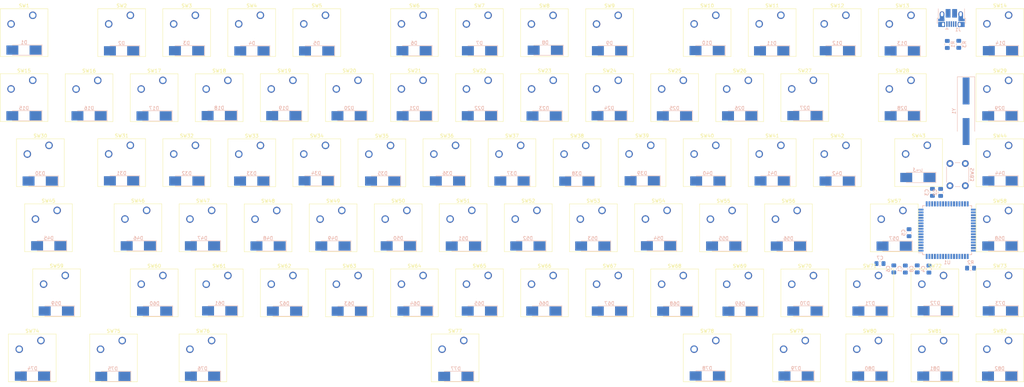
<source format=kicad_pcb>
(kicad_pcb (version 20171130) (host pcbnew 5.0.1)
  (layers (0 F.Cu signal) (31 B.Cu signal) (34 B.Paste user) (35 F.Paste user) (36 B.SilkS user) (37 F.SilkS user hide) (38 B.Mask user) (39 F.Mask user) (44 Edge.Cuts user))
  (net 0 "")
  (net 1 +5V)
  (net 2 GND)
  (net 3 "Net-(C2-Pad2)")
  (net 4 "Net-(C3-Pad2)")
  (net 5 "Net-(C4-Pad1)")
  (net 6 "Net-(C5-Pad1)")
  (net 7 "Net-(D1-Pad1)")
  (net 8 row0)
  (net 9 "Net-(D2-Pad1)")
  (net 10 "Net-(D3-Pad1)")
  (net 11 "Net-(D4-Pad1)")
  (net 12 "Net-(D5-Pad1)")
  (net 13 "Net-(D6-Pad1)")
  (net 14 "Net-(D7-Pad1)")
  (net 15 "Net-(D8-Pad1)")
  (net 16 "Net-(D9-Pad1)")
  (net 17 "Net-(D10-Pad1)")
  (net 18 "Net-(D11-Pad1)")
  (net 19 "Net-(D12-Pad1)")
  (net 20 "Net-(D13-Pad1)")
  (net 21 "Net-(D14-Pad1)")
  (net 22 "Net-(D15-Pad1)")
  (net 23 row1)
  (net 24 "Net-(D16-Pad1)")
  (net 25 "Net-(D17-Pad1)")
  (net 26 "Net-(D18-Pad1)")
  (net 27 "Net-(D19-Pad1)")
  (net 28 "Net-(D20-Pad1)")
  (net 29 "Net-(D21-Pad1)")
  (net 30 "Net-(D22-Pad1)")
  (net 31 "Net-(D23-Pad1)")
  (net 32 "Net-(D24-Pad1)")
  (net 33 "Net-(D25-Pad1)")
  (net 34 "Net-(D26-Pad1)")
  (net 35 "Net-(D27-Pad1)")
  (net 36 "Net-(D28-Pad1)")
  (net 37 "Net-(D29-Pad1)")
  (net 38 row2)
  (net 39 "Net-(D30-Pad1)")
  (net 40 "Net-(D31-Pad1)")
  (net 41 "Net-(D32-Pad1)")
  (net 42 "Net-(D33-Pad1)")
  (net 43 "Net-(D34-Pad1)")
  (net 44 "Net-(D35-Pad1)")
  (net 45 "Net-(D36-Pad1)")
  (net 46 "Net-(D37-Pad1)")
  (net 47 "Net-(D38-Pad1)")
  (net 48 "Net-(D39-Pad1)")
  (net 49 "Net-(D40-Pad1)")
  (net 50 "Net-(D41-Pad1)")
  (net 51 "Net-(D42-Pad1)")
  (net 52 "Net-(D43-Pad1)")
  (net 53 "Net-(D44-Pad1)")
  (net 54 "Net-(D45-Pad1)")
  (net 55 row3)
  (net 56 "Net-(D46-Pad1)")
  (net 57 "Net-(D47-Pad1)")
  (net 58 "Net-(D48-Pad1)")
  (net 59 "Net-(D49-Pad1)")
  (net 60 "Net-(D50-Pad1)")
  (net 61 "Net-(D51-Pad1)")
  (net 62 "Net-(D52-Pad1)")
  (net 63 "Net-(D53-Pad1)")
  (net 64 "Net-(D54-Pad1)")
  (net 65 "Net-(D55-Pad1)")
  (net 66 "Net-(D56-Pad1)")
  (net 67 "Net-(D57-Pad1)")
  (net 68 "Net-(D58-Pad1)")
  (net 69 "Net-(D59-Pad1)")
  (net 70 row4)
  (net 71 "Net-(D60-Pad1)")
  (net 72 "Net-(D61-Pad1)")
  (net 73 "Net-(D62-Pad1)")
  (net 74 "Net-(D63-Pad1)")
  (net 75 "Net-(D64-Pad1)")
  (net 76 "Net-(D65-Pad1)")
  (net 77 "Net-(D66-Pad1)")
  (net 78 "Net-(D67-Pad1)")
  (net 79 "Net-(D68-Pad1)")
  (net 80 "Net-(D69-Pad1)")
  (net 81 "Net-(D70-Pad1)")
  (net 82 "Net-(D71-Pad1)")
  (net 83 "Net-(D72-Pad1)")
  (net 84 "Net-(D73-Pad1)")
  (net 85 row5)
  (net 86 "Net-(D74-Pad1)")
  (net 87 "Net-(D75-Pad1)")
  (net 88 "Net-(D76-Pad1)")
  (net 89 "Net-(D77-Pad1)")
  (net 90 "Net-(D78-Pad1)")
  (net 91 "Net-(D79-Pad1)")
  (net 92 "Net-(D80-Pad1)")
  (net 93 "Net-(D81-Pad1)")
  (net 94 "Net-(D82-Pad1)")
  (net 95 "Net-(J1-Pad2)")
  (net 96 "Net-(J1-Pad3)")
  (net 97 "Net-(J1-Pad4)")
  (net 98 "Net-(R1-Pad1)")
  (net 99 "Net-(R2-Pad1)")
  (net 100 "Net-(R3-Pad1)")
  (net 101 col0)
  (net 102 col1)
  (net 103 col2)
  (net 104 col3)
  (net 105 col4)
  (net 106 col6)
  (net 107 col7)
  (net 108 col8)
  (net 109 col9)
  (net 110 col10)
  (net 111 col11)
  (net 112 col12)
  (net 113 col13)
  (net 114 col14)
  (net 115 col5)
  (net 116 "Net-(SW83-Pad2)")
  (net 117 "Net-(U1-Pad1)")
  (net 118 "Net-(U1-Pad2)")
  (net 119 "Net-(U1-Pad9)")
  (net 120 "Net-(U1-Pad10)")
  (net 121 "Net-(U1-Pad18)")
  (net 122 "Net-(U1-Pad19)")
  (net 123 "Net-(U1-Pad31)")
  (net 124 "Net-(U1-Pad40)")
  (net 125 "Net-(U1-Pad41)")
  (net 126 "Net-(U1-Pad42)")
  (net 127 "Net-(U1-Pad44)")
  (net 128 "Net-(U1-Pad45)")
  (net 129 "Net-(U1-Pad46)")
  (net 130 "Net-(U1-Pad47)")
  (net 131 "Net-(U1-Pad48)")
  (net 132 "Net-(U1-Pad49)")
  (net 133 "Net-(U1-Pad50)")
  (net 134 "Net-(U1-Pad51)")
  (net 135 "Net-(U1-Pad54)")
  (net 136 "Net-(U1-Pad55)")
  (net 137 "Net-(U1-Pad56)")
  (net 138 "Net-(U1-Pad57)")
  (net 139 "Net-(U1-Pad58)")
  (net 140 "Net-(U1-Pad59)")
  (net 141 "Net-(U1-Pad60)")
  (net 142 "Net-(U1-Pad61)")
  (module Capacitor_SMD:C_0805_2012Metric_Pad1.15x1.40mm_HandSolder (layer B.Cu) (at 273.59 -45.72 270)
    (fp_text reference C1 (at 0 1.65 270) (layer B.SilkS) (effects (justify mirror)))
    (fp_text value 1uF)
    (pad 1 smd roundrect (at -1.025 0 270) (size 1.15 1.4) (layers B.Cu B.Paste B.Mask) (roundrect_rratio 0.217391) (net 1 +5V))
    (pad 2 smd roundrect (at 1.025 0 270) (size 1.15 1.4) (layers B.Cu B.Paste B.Mask) (roundrect_rratio 0.217391) (net 2 GND))
  )
  (module Capacitor_SMD:C_0805_2012Metric_Pad1.15x1.40mm_HandSolder (layer B.Cu) (at 283.93 -68.16 270)
    (fp_text reference C2 (at 0 1.65 270) (layer B.SilkS) (effects (justify mirror)))
    (fp_text value 10pF)
    (pad 1 smd roundrect (at -1.025 0 270) (size 1.15 1.4) (layers B.Cu B.Paste B.Mask) (roundrect_rratio 0.217391) (net 2 GND))
    (pad 2 smd roundrect (at 1.025 0 270) (size 1.15 1.4) (layers B.Cu B.Paste B.Mask) (roundrect_rratio 0.217391) (net 3 "Net-(C2-Pad2)"))
  )
  (module Capacitor_SMD:C_0805_2012Metric_Pad1.15x1.40mm_HandSolder (layer B.Cu) (at 281.52 -68.18 270)
    (fp_text reference C3 (at 0 1.65 270) (layer B.SilkS) (effects (justify mirror)))
    (fp_text value 10pF)
    (pad 2 smd roundrect (at 1.025 0 270) (size 1.15 1.4) (layers B.Cu B.Paste B.Mask) (roundrect_rratio 0.217391) (net 4 "Net-(C3-Pad2)"))
    (pad 1 smd roundrect (at -1.025 0 270) (size 1.15 1.4) (layers B.Cu B.Paste B.Mask) (roundrect_rratio 0.217391) (net 2 GND))
  )
  (module Capacitor_SMD:C_0805_2012Metric_Pad1.15x1.40mm_HandSolder (layer B.Cu) (at 280.5 -45.705 270)
    (fp_text reference C4 (at 0 1.65 270) (layer B.SilkS) (effects (justify mirror)))
    (fp_text value 0.1uF)
    (pad 2 smd roundrect (at 1.025 0 270) (size 1.15 1.4) (layers B.Cu B.Paste B.Mask) (roundrect_rratio 0.217391) (net 2 GND))
    (pad 1 smd roundrect (at -1.025 0 270) (size 1.15 1.4) (layers B.Cu B.Paste B.Mask) (roundrect_rratio 0.217391) (net 5 "Net-(C4-Pad1)"))
  )
  (module Capacitor_SMD:C_0805_2012Metric_Pad1.15x1.40mm_HandSolder (layer B.Cu) (at 274.69 -56.36 270)
    (fp_text reference C5 (at 0 1.65 270) (layer B.SilkS) (effects (justify mirror)))
    (fp_text value 1uF)
    (pad 1 smd roundrect (at -1.025 0 270) (size 1.15 1.4) (layers B.Cu B.Paste B.Mask) (roundrect_rratio 0.217391) (net 6 "Net-(C5-Pad1)"))
    (pad 2 smd roundrect (at 1.025 0 270) (size 1.15 1.4) (layers B.Cu B.Paste B.Mask) (roundrect_rratio 0.217391) (net 2 GND))
  )
  (module Capacitor_SMD:C_0805_2012Metric_Pad1.15x1.40mm_HandSolder (layer B.Cu) (at 270.22 -45.76 270)
    (fp_text reference C6 (at 0 1.65 270) (layer B.SilkS) (effects (justify mirror)))
    (fp_text value 0.1uF)
    (pad 2 smd roundrect (at 1.025 0 270) (size 1.15 1.4) (layers B.Cu B.Paste B.Mask) (roundrect_rratio 0.217391) (net 2 GND))
    (pad 1 smd roundrect (at -1.025 0 270) (size 1.15 1.4) (layers B.Cu B.Paste B.Mask) (roundrect_rratio 0.217391) (net 1 +5V))
  )
  (module Capacitor_SMD:C_0805_2012Metric_Pad1.15x1.40mm_HandSolder (layer B.Cu) (at 266.18 -47.32 180)
    (fp_text reference C7 (at 0 1.65 180) (layer B.SilkS) (effects (justify mirror)))
    (fp_text value 0.1uF)
    (pad 2 smd roundrect (at 1.025 0 180) (size 1.15 1.4) (layers B.Cu B.Paste B.Mask) (roundrect_rratio 0.217391) (net 2 GND))
    (pad 1 smd roundrect (at -1.025 0 180) (size 1.15 1.4) (layers B.Cu B.Paste B.Mask) (roundrect_rratio 0.217391) (net 1 +5V))
  )
  (module Capacitor_SMD:C_0805_2012Metric_Pad1.15x1.40mm_HandSolder (layer B.Cu) (at 277.07 -45.76 270)
    (fp_text reference C8 (at 0 1.65 270) (layer B.SilkS) (effects (justify mirror)))
    (fp_text value 0.1uF)
    (pad 1 smd roundrect (at -1.025 0 270) (size 1.15 1.4) (layers B.Cu B.Paste B.Mask) (roundrect_rratio 0.217391) (net 1 +5V))
    (pad 2 smd roundrect (at 1.025 0 270) (size 1.15 1.4) (layers B.Cu B.Paste B.Mask) (roundrect_rratio 0.217391) (net 2 GND))
  )
  (module Diode_SMD:D_MELF_Handsoldering (layer B.Cu) (at 15.51 -109.84 180)
    (fp_text reference D1 (at 0 2.25 180) (layer B.SilkS) (effects (justify mirror)))
    (fp_text value DIODE)
    (pad 1 smd rect (at -3.4 0 180) (size 3.5 2.7) (layers B.Cu B.Paste B.Mask) (net 7 "Net-(D1-Pad1)"))
    (pad 2 smd rect (at 3.4 0 180) (size 3.5 2.7) (layers B.Cu B.Paste B.Mask) (net 8 row0))
  )
  (module Diode_SMD:D_MELF_Handsoldering (layer B.Cu) (at 44.08 -109.62 180)
    (fp_text reference D2 (at 0 2.25 180) (layer B.SilkS) (effects (justify mirror)))
    (fp_text value DIODE)
    (pad 2 smd rect (at 3.4 0 180) (size 3.5 2.7) (layers B.Cu B.Paste B.Mask) (net 8 row0))
    (pad 1 smd rect (at -3.4 0 180) (size 3.5 2.7) (layers B.Cu B.Paste B.Mask) (net 9 "Net-(D2-Pad1)"))
  )
  (module Diode_SMD:D_MELF_Handsoldering (layer B.Cu) (at 63.12 -109.65 180)
    (fp_text reference D3 (at 0 2.25 180) (layer B.SilkS) (effects (justify mirror)))
    (fp_text value DIODE)
    (pad 2 smd rect (at 3.4 0 180) (size 3.5 2.7) (layers B.Cu B.Paste B.Mask) (net 8 row0))
    (pad 1 smd rect (at -3.4 0 180) (size 3.5 2.7) (layers B.Cu B.Paste B.Mask) (net 10 "Net-(D3-Pad1)"))
  )
  (module Diode_SMD:D_MELF_Handsoldering (layer B.Cu) (at 82.25 -109.6 180)
    (fp_text reference D4 (at 0 2.25 180) (layer B.SilkS) (effects (justify mirror)))
    (fp_text value DIODE)
    (pad 1 smd rect (at -3.4 0 180) (size 3.5 2.7) (layers B.Cu B.Paste B.Mask) (net 11 "Net-(D4-Pad1)"))
    (pad 2 smd rect (at 3.4 0 180) (size 3.5 2.7) (layers B.Cu B.Paste B.Mask) (net 8 row0))
  )
  (module Diode_SMD:D_MELF_Handsoldering (layer B.Cu) (at 101.21 -109.6 180)
    (fp_text reference D5 (at 0 2.25 180) (layer B.SilkS) (effects (justify mirror)))
    (fp_text value DIODE)
    (pad 2 smd rect (at 3.4 0 180) (size 3.5 2.7) (layers B.Cu B.Paste B.Mask) (net 8 row0))
    (pad 1 smd rect (at -3.4 0 180) (size 3.5 2.7) (layers B.Cu B.Paste B.Mask) (net 12 "Net-(D5-Pad1)"))
  )
  (module Diode_SMD:D_MELF_Handsoldering (layer B.Cu) (at 129.73 -109.65 180)
    (fp_text reference D6 (at 0 2.25 180) (layer B.SilkS) (effects (justify mirror)))
    (fp_text value DIODE)
    (pad 1 smd rect (at -3.4 0 180) (size 3.5 2.7) (layers B.Cu B.Paste B.Mask) (net 13 "Net-(D6-Pad1)"))
    (pad 2 smd rect (at 3.4 0 180) (size 3.5 2.7) (layers B.Cu B.Paste B.Mask) (net 8 row0))
  )
  (module Diode_SMD:D_MELF_Handsoldering (layer B.Cu) (at 148.9 -109.64 180)
    (fp_text reference D7 (at 0 2.25 180) (layer B.SilkS) (effects (justify mirror)))
    (fp_text value DIODE)
    (pad 2 smd rect (at 3.4 0 180) (size 3.5 2.7) (layers B.Cu B.Paste B.Mask) (net 8 row0))
    (pad 1 smd rect (at -3.4 0 180) (size 3.5 2.7) (layers B.Cu B.Paste B.Mask) (net 14 "Net-(D7-Pad1)"))
  )
  (module Diode_SMD:D_MELF_Handsoldering (layer B.Cu) (at 168.16 -109.79 180)
    (fp_text reference D8 (at 0 2.25 180) (layer B.SilkS) (effects (justify mirror)))
    (fp_text value DIODE)
    (pad 2 smd rect (at 3.4 0 180) (size 3.5 2.7) (layers B.Cu B.Paste B.Mask) (net 8 row0))
    (pad 1 smd rect (at -3.4 0 180) (size 3.5 2.7) (layers B.Cu B.Paste B.Mask) (net 15 "Net-(D8-Pad1)"))
  )
  (module Diode_SMD:D_MELF_Handsoldering (layer B.Cu) (at 186.97 -109.65 180)
    (fp_text reference D9 (at 0 2.25 180) (layer B.SilkS) (effects (justify mirror)))
    (fp_text value DIODE)
    (pad 1 smd rect (at -3.4 0 180) (size 3.5 2.7) (layers B.Cu B.Paste B.Mask) (net 16 "Net-(D9-Pad1)"))
    (pad 2 smd rect (at 3.4 0 180) (size 3.5 2.7) (layers B.Cu B.Paste B.Mask) (net 8 row0))
  )
  (module Diode_SMD:D_MELF_Handsoldering (layer B.Cu) (at 215.55 -109.7 180)
    (fp_text reference D10 (at 0 2.25 180) (layer B.SilkS) (effects (justify mirror)))
    (fp_text value DIODE)
    (pad 2 smd rect (at 3.4 0 180) (size 3.5 2.7) (layers B.Cu B.Paste B.Mask) (net 8 row0))
    (pad 1 smd rect (at -3.4 0 180) (size 3.5 2.7) (layers B.Cu B.Paste B.Mask) (net 17 "Net-(D10-Pad1)"))
  )
  (module Diode_SMD:D_MELF_Handsoldering (layer B.Cu) (at 234.44 -109.62 180)
    (fp_text reference D11 (at 0 2.25 180) (layer B.SilkS) (effects (justify mirror)))
    (fp_text value DIODE)
    (pad 2 smd rect (at 3.4 0 180) (size 3.5 2.7) (layers B.Cu B.Paste B.Mask) (net 8 row0))
    (pad 1 smd rect (at -3.4 0 180) (size 3.5 2.7) (layers B.Cu B.Paste B.Mask) (net 18 "Net-(D11-Pad1)"))
  )
  (module Diode_SMD:D_MELF_Handsoldering (layer B.Cu) (at 253.68 -109.65 180)
    (fp_text reference D12 (at 0 2.25 180) (layer B.SilkS) (effects (justify mirror)))
    (fp_text value DIODE)
    (pad 1 smd rect (at -3.4 0 180) (size 3.5 2.7) (layers B.Cu B.Paste B.Mask) (net 19 "Net-(D12-Pad1)"))
    (pad 2 smd rect (at 3.4 0 180) (size 3.5 2.7) (layers B.Cu B.Paste B.Mask) (net 8 row0))
  )
  (module Diode_SMD:D_MELF_Handsoldering (layer B.Cu) (at 272.68 -109.6 180)
    (fp_text reference D13 (at 0 2.25 180) (layer B.SilkS) (effects (justify mirror)))
    (fp_text value DIODE)
    (pad 2 smd rect (at 3.4 0 180) (size 3.5 2.7) (layers B.Cu B.Paste B.Mask) (net 8 row0))
    (pad 1 smd rect (at -3.4 0 180) (size 3.5 2.7) (layers B.Cu B.Paste B.Mask) (net 20 "Net-(D13-Pad1)"))
  )
  (module Diode_SMD:D_MELF_Handsoldering (layer B.Cu) (at 301.44 -109.66 180)
    (fp_text reference D14 (at 0 2.25 180) (layer B.SilkS) (effects (justify mirror)))
    (fp_text value DIODE)
    (pad 2 smd rect (at 3.4 0 180) (size 3.5 2.7) (layers B.Cu B.Paste B.Mask) (net 8 row0))
    (pad 1 smd rect (at -3.4 0 180) (size 3.5 2.7) (layers B.Cu B.Paste B.Mask) (net 21 "Net-(D14-Pad1)"))
  )
  (module Diode_SMD:D_MELF_Handsoldering (layer B.Cu) (at 15.5 -90.6 180)
    (fp_text reference D15 (at 0 2.25 180) (layer B.SilkS) (effects (justify mirror)))
    (fp_text value DIODE)
    (pad 1 smd rect (at -3.4 0 180) (size 3.5 2.7) (layers B.Cu B.Paste B.Mask) (net 22 "Net-(D15-Pad1)"))
    (pad 2 smd rect (at 3.4 0 180) (size 3.5 2.7) (layers B.Cu B.Paste B.Mask) (net 23 row1))
  )
  (module Diode_SMD:D_MELF_Handsoldering (layer B.Cu) (at 34.57 -90.59 180)
    (fp_text reference D16 (at 0 2.25 180) (layer B.SilkS) (effects (justify mirror)))
    (fp_text value DIODE)
    (pad 2 smd rect (at 3.4 0 180) (size 3.5 2.7) (layers B.Cu B.Paste B.Mask) (net 23 row1))
    (pad 1 smd rect (at -3.4 0 180) (size 3.5 2.7) (layers B.Cu B.Paste B.Mask) (net 24 "Net-(D16-Pad1)"))
  )
  (module Diode_SMD:D_MELF_Handsoldering (layer B.Cu) (at 53.61 -90.56 180)
    (fp_text reference D17 (at 0 2.25 180) (layer B.SilkS) (effects (justify mirror)))
    (fp_text value DIODE)
    (pad 2 smd rect (at 3.4 0 180) (size 3.5 2.7) (layers B.Cu B.Paste B.Mask) (net 23 row1))
    (pad 1 smd rect (at -3.4 0 180) (size 3.5 2.7) (layers B.Cu B.Paste B.Mask) (net 25 "Net-(D17-Pad1)"))
  )
  (module Diode_SMD:D_MELF_Handsoldering (layer B.Cu) (at 72.69 -90.65 180)
    (fp_text reference D18 (at 0 2.25 180) (layer B.SilkS) (effects (justify mirror)))
    (fp_text value DIODE)
    (pad 1 smd rect (at -3.4 0 180) (size 3.5 2.7) (layers B.Cu B.Paste B.Mask) (net 26 "Net-(D18-Pad1)"))
    (pad 2 smd rect (at 3.4 0 180) (size 3.5 2.7) (layers B.Cu B.Paste B.Mask) (net 23 row1))
  )
  (module Diode_SMD:D_MELF_Handsoldering (layer B.Cu) (at 91.6 -90.63 180)
    (fp_text reference D19 (at 0 2.25 180) (layer B.SilkS) (effects (justify mirror)))
    (fp_text value DIODE)
    (pad 2 smd rect (at 3.4 0 180) (size 3.5 2.7) (layers B.Cu B.Paste B.Mask) (net 23 row1))
    (pad 1 smd rect (at -3.4 0 180) (size 3.5 2.7) (layers B.Cu B.Paste B.Mask) (net 27 "Net-(D19-Pad1)"))
  )
  (module Diode_SMD:D_MELF_Handsoldering (layer B.Cu) (at 110.71 -90.6 180)
    (fp_text reference D20 (at 0 2.25 180) (layer B.SilkS) (effects (justify mirror)))
    (fp_text value DIODE)
    (pad 1 smd rect (at -3.4 0 180) (size 3.5 2.7) (layers B.Cu B.Paste B.Mask) (net 28 "Net-(D20-Pad1)"))
    (pad 2 smd rect (at 3.4 0 180) (size 3.5 2.7) (layers B.Cu B.Paste B.Mask) (net 23 row1))
  )
  (module Diode_SMD:D_MELF_Handsoldering (layer B.Cu) (at 129.79 -90.59 180)
    (fp_text reference D21 (at 0 2.25 180) (layer B.SilkS) (effects (justify mirror)))
    (fp_text value DIODE)
    (pad 1 smd rect (at -3.4 0 180) (size 3.5 2.7) (layers B.Cu B.Paste B.Mask) (net 29 "Net-(D21-Pad1)"))
    (pad 2 smd rect (at 3.4 0 180) (size 3.5 2.7) (layers B.Cu B.Paste B.Mask) (net 23 row1))
  )
  (module Diode_SMD:D_MELF_Handsoldering (layer B.Cu) (at 148.87 -90.6 180)
    (fp_text reference D22 (at 0 2.25 180) (layer B.SilkS) (effects (justify mirror)))
    (fp_text value DIODE)
    (pad 1 smd rect (at -3.4 0 180) (size 3.5 2.7) (layers B.Cu B.Paste B.Mask) (net 30 "Net-(D22-Pad1)"))
    (pad 2 smd rect (at 3.4 0 180) (size 3.5 2.7) (layers B.Cu B.Paste B.Mask) (net 23 row1))
  )
  (module Diode_SMD:D_MELF_Handsoldering (layer B.Cu) (at 167.82 -90.55 180)
    (fp_text reference D23 (at 0 2.25 180) (layer B.SilkS) (effects (justify mirror)))
    (fp_text value DIODE)
    (pad 1 smd rect (at -3.4 0 180) (size 3.5 2.7) (layers B.Cu B.Paste B.Mask) (net 31 "Net-(D23-Pad1)"))
    (pad 2 smd rect (at 3.4 0 180) (size 3.5 2.7) (layers B.Cu B.Paste B.Mask) (net 23 row1))
  )
  (module Diode_SMD:D_MELF_Handsoldering (layer B.Cu) (at 186.86 -90.61 180)
    (fp_text reference D24 (at 0 2.25 180) (layer B.SilkS) (effects (justify mirror)))
    (fp_text value DIODE)
    (pad 1 smd rect (at -3.4 0 180) (size 3.5 2.7) (layers B.Cu B.Paste B.Mask) (net 32 "Net-(D24-Pad1)"))
    (pad 2 smd rect (at 3.4 0 180) (size 3.5 2.7) (layers B.Cu B.Paste B.Mask) (net 23 row1))
  )
  (module Diode_SMD:D_MELF_Handsoldering (layer B.Cu) (at 205.98 -90.57 180)
    (fp_text reference D25 (at 0 2.25 180) (layer B.SilkS) (effects (justify mirror)))
    (fp_text value DIODE)
    (pad 2 smd rect (at 3.4 0 180) (size 3.5 2.7) (layers B.Cu B.Paste B.Mask) (net 23 row1))
    (pad 1 smd rect (at -3.4 0 180) (size 3.5 2.7) (layers B.Cu B.Paste B.Mask) (net 33 "Net-(D25-Pad1)"))
  )
  (module Diode_SMD:D_MELF_Handsoldering (layer B.Cu) (at 225.07 -90.58 180)
    (fp_text reference D26 (at 0 2.25 180) (layer B.SilkS) (effects (justify mirror)))
    (fp_text value DIODE)
    (pad 1 smd rect (at -3.4 0 180) (size 3.5 2.7) (layers B.Cu B.Paste B.Mask) (net 34 "Net-(D26-Pad1)"))
    (pad 2 smd rect (at 3.4 0 180) (size 3.5 2.7) (layers B.Cu B.Paste B.Mask) (net 23 row1))
  )
  (module Diode_SMD:D_MELF_Handsoldering (layer B.Cu) (at 244.19 -90.64 180)
    (fp_text reference D27 (at 0 2.25 180) (layer B.SilkS) (effects (justify mirror)))
    (fp_text value DIODE)
    (pad 1 smd rect (at -3.4 0 180) (size 3.5 2.7) (layers B.Cu B.Paste B.Mask) (net 35 "Net-(D27-Pad1)"))
    (pad 2 smd rect (at 3.4 0 180) (size 3.5 2.7) (layers B.Cu B.Paste B.Mask) (net 23 row1))
  )
  (module Diode_SMD:D_MELF_Handsoldering (layer B.Cu) (at 272.69 -90.59 180)
    (fp_text reference D28 (at 0 2.25 180) (layer B.SilkS) (effects (justify mirror)))
    (fp_text value DIODE)
    (pad 2 smd rect (at 3.4 0 180) (size 3.5 2.7) (layers B.Cu B.Paste B.Mask) (net 23 row1))
    (pad 1 smd rect (at -3.4 0 180) (size 3.5 2.7) (layers B.Cu B.Paste B.Mask) (net 36 "Net-(D28-Pad1)"))
  )
  (module Diode_SMD:D_MELF_Handsoldering (layer B.Cu) (at 301.26 -90.58 180)
    (fp_text reference D29 (at 0 2.25 180) (layer B.SilkS) (effects (justify mirror)))
    (fp_text value DIODE)
    (pad 1 smd rect (at -3.4 0 180) (size 3.5 2.7) (layers B.Cu B.Paste B.Mask) (net 37 "Net-(D29-Pad1)"))
    (pad 2 smd rect (at 3.4 0 180) (size 3.5 2.7) (layers B.Cu B.Paste B.Mask) (net 23 row1))
  )
  (module Diode_SMD:D_MELF_Handsoldering (layer B.Cu) (at 20.26 -71.49 180)
    (fp_text reference D30 (at 0 2.25 180) (layer B.SilkS) (effects (justify mirror)))
    (fp_text value DIODE)
    (pad 2 smd rect (at 3.4 0 180) (size 3.5 2.7) (layers B.Cu B.Paste B.Mask) (net 38 row2))
    (pad 1 smd rect (at -3.4 0 180) (size 3.5 2.7) (layers B.Cu B.Paste B.Mask) (net 39 "Net-(D30-Pad1)"))
  )
  (module Diode_SMD:D_MELF_Handsoldering (layer B.Cu) (at 44.07 -71.55 180)
    (fp_text reference D31 (at 0 2.25 180) (layer B.SilkS) (effects (justify mirror)))
    (fp_text value DIODE)
    (pad 2 smd rect (at 3.4 0 180) (size 3.5 2.7) (layers B.Cu B.Paste B.Mask) (net 38 row2))
    (pad 1 smd rect (at -3.4 0 180) (size 3.5 2.7) (layers B.Cu B.Paste B.Mask) (net 40 "Net-(D31-Pad1)"))
  )
  (module Diode_SMD:D_MELF_Handsoldering (layer B.Cu) (at 63.18 -71.51 180)
    (fp_text reference D32 (at 0 2.25 180) (layer B.SilkS) (effects (justify mirror)))
    (fp_text value DIODE)
    (pad 1 smd rect (at -3.4 0 180) (size 3.5 2.7) (layers B.Cu B.Paste B.Mask) (net 41 "Net-(D32-Pad1)"))
    (pad 2 smd rect (at 3.4 0 180) (size 3.5 2.7) (layers B.Cu B.Paste B.Mask) (net 38 row2))
  )
  (module Diode_SMD:D_MELF_Handsoldering (layer B.Cu) (at 82.19 -71.49 180)
    (fp_text reference D33 (at 0 2.25 180) (layer B.SilkS) (effects (justify mirror)))
    (fp_text value DIODE)
    (pad 2 smd rect (at 3.4 0 180) (size 3.5 2.7) (layers B.Cu B.Paste B.Mask) (net 38 row2))
    (pad 1 smd rect (at -3.4 0 180) (size 3.5 2.7) (layers B.Cu B.Paste B.Mask) (net 42 "Net-(D33-Pad1)"))
  )
  (module Diode_SMD:D_MELF_Handsoldering (layer B.Cu) (at 101.08 -71.56 180)
    (fp_text reference D34 (at 0 2.25 180) (layer B.SilkS) (effects (justify mirror)))
    (fp_text value DIODE)
    (pad 1 smd rect (at -3.4 0 180) (size 3.5 2.7) (layers B.Cu B.Paste B.Mask) (net 43 "Net-(D34-Pad1)"))
    (pad 2 smd rect (at 3.4 0 180) (size 3.5 2.7) (layers B.Cu B.Paste B.Mask) (net 38 row2))
  )
  (module Diode_SMD:D_MELF_Handsoldering (layer B.Cu) (at 120.54 -71.49 180)
    (fp_text reference D35 (at 0 2.25 180) (layer B.SilkS) (effects (justify mirror)))
    (fp_text value DIODE)
    (pad 2 smd rect (at 3.4 0 180) (size 3.5 2.7) (layers B.Cu B.Paste B.Mask) (net 38 row2))
    (pad 1 smd rect (at -3.4 0 180) (size 3.5 2.7) (layers B.Cu B.Paste B.Mask) (net 44 "Net-(D35-Pad1)"))
  )
  (module Diode_SMD:D_MELF_Handsoldering (layer B.Cu) (at 139.51 -71.52 180)
    (fp_text reference D36 (at 0 2.25 180) (layer B.SilkS) (effects (justify mirror)))
    (fp_text value DIODE)
    (pad 1 smd rect (at -3.4 0 180) (size 3.5 2.7) (layers B.Cu B.Paste B.Mask) (net 45 "Net-(D36-Pad1)"))
    (pad 2 smd rect (at 3.4 0 180) (size 3.5 2.7) (layers B.Cu B.Paste B.Mask) (net 38 row2))
  )
  (module Diode_SMD:D_MELF_Handsoldering (layer B.Cu) (at 158.4 -71.5 180)
    (fp_text reference D37 (at 0 2.25 180) (layer B.SilkS) (effects (justify mirror)))
    (fp_text value DIODE)
    (pad 2 smd rect (at 3.4 0 180) (size 3.5 2.7) (layers B.Cu B.Paste B.Mask) (net 38 row2))
    (pad 1 smd rect (at -3.4 0 180) (size 3.5 2.7) (layers B.Cu B.Paste B.Mask) (net 46 "Net-(D37-Pad1)"))
  )
  (module Diode_SMD:D_MELF_Handsoldering (layer B.Cu) (at 177.4 -71.46 180)
    (fp_text reference D38 (at 0 2.25 180) (layer B.SilkS) (effects (justify mirror)))
    (fp_text value DIODE)
    (pad 1 smd rect (at -3.4 0 180) (size 3.5 2.7) (layers B.Cu B.Paste B.Mask) (net 47 "Net-(D38-Pad1)"))
    (pad 2 smd rect (at 3.4 0 180) (size 3.5 2.7) (layers B.Cu B.Paste B.Mask) (net 38 row2))
  )
  (module Diode_SMD:D_MELF_Handsoldering (layer B.Cu) (at 196.54 -71.56 180)
    (fp_text reference D39 (at 0 2.25 180) (layer B.SilkS) (effects (justify mirror)))
    (fp_text value DIODE)
    (pad 2 smd rect (at 3.4 0 180) (size 3.5 2.7) (layers B.Cu B.Paste B.Mask) (net 38 row2))
    (pad 1 smd rect (at -3.4 0 180) (size 3.5 2.7) (layers B.Cu B.Paste B.Mask) (net 48 "Net-(D39-Pad1)"))
  )
  (module Diode_SMD:D_MELF_Handsoldering (layer B.Cu) (at 215.74 -71.51 180)
    (fp_text reference D40 (at 0 2.25 180) (layer B.SilkS) (effects (justify mirror)))
    (fp_text value DIODE)
    (pad 1 smd rect (at -3.4 0 180) (size 3.5 2.7) (layers B.Cu B.Paste B.Mask) (net 49 "Net-(D40-Pad1)"))
    (pad 2 smd rect (at 3.4 0 180) (size 3.5 2.7) (layers B.Cu B.Paste B.Mask) (net 38 row2))
  )
  (module Diode_SMD:D_MELF_Handsoldering (layer B.Cu) (at 234.59 -71.52 180)
    (fp_text reference D41 (at 0 2.25 180) (layer B.SilkS) (effects (justify mirror)))
    (fp_text value DIODE)
    (pad 2 smd rect (at 3.4 0 180) (size 3.5 2.7) (layers B.Cu B.Paste B.Mask) (net 38 row2))
    (pad 1 smd rect (at -3.4 0 180) (size 3.5 2.7) (layers B.Cu B.Paste B.Mask) (net 50 "Net-(D41-Pad1)"))
  )
  (module Diode_SMD:D_MELF_Handsoldering (layer B.Cu) (at 253.63 -71.48 180)
    (fp_text reference D42 (at 0 2.25 180) (layer B.SilkS) (effects (justify mirror)))
    (fp_text value DIODE)
    (pad 1 smd rect (at -3.4 0 180) (size 3.5 2.7) (layers B.Cu B.Paste B.Mask) (net 51 "Net-(D42-Pad1)"))
    (pad 2 smd rect (at 3.4 0 180) (size 3.5 2.7) (layers B.Cu B.Paste B.Mask) (net 38 row2))
  )
  (module Diode_SMD:D_MELF_Handsoldering (layer B.Cu) (at 277.26 -72.53 180)
    (fp_text reference D43 (at 0 2.25 180) (layer B.SilkS) (effects (justify mirror)))
    (fp_text value DIODE)
    (pad 1 smd rect (at -3.4 0 180) (size 3.5 2.7) (layers B.Cu B.Paste B.Mask) (net 52 "Net-(D43-Pad1)"))
    (pad 2 smd rect (at 3.4 0 180) (size 3.5 2.7) (layers B.Cu B.Paste B.Mask) (net 38 row2))
  )
  (module Diode_SMD:D_MELF_Handsoldering (layer B.Cu) (at 301.32 -71.54 180)
    (fp_text reference D44 (at 0 2.25 180) (layer B.SilkS) (effects (justify mirror)))
    (fp_text value DIODE)
    (pad 1 smd rect (at -3.4 0 180) (size 3.5 2.7) (layers B.Cu B.Paste B.Mask) (net 53 "Net-(D44-Pad1)"))
    (pad 2 smd rect (at 3.4 0 180) (size 3.5 2.7) (layers B.Cu B.Paste B.Mask) (net 38 row2))
  )
  (module Diode_SMD:D_MELF_Handsoldering (layer B.Cu) (at 22.76 -52.53 180)
    (fp_text reference D45 (at 0 2.25 180) (layer B.SilkS) (effects (justify mirror)))
    (fp_text value DIODE)
    (pad 1 smd rect (at -3.4 0 180) (size 3.5 2.7) (layers B.Cu B.Paste B.Mask) (net 54 "Net-(D45-Pad1)"))
    (pad 2 smd rect (at 3.4 0 180) (size 3.5 2.7) (layers B.Cu B.Paste B.Mask) (net 55 row3))
  )
  (module Diode_SMD:D_MELF_Handsoldering (layer B.Cu) (at 48.99 -52.51 180)
    (fp_text reference D46 (at 0 2.25 180) (layer B.SilkS) (effects (justify mirror)))
    (fp_text value DIODE)
    (pad 2 smd rect (at 3.4 0 180) (size 3.5 2.7) (layers B.Cu B.Paste B.Mask) (net 55 row3))
    (pad 1 smd rect (at -3.4 0 180) (size 3.5 2.7) (layers B.Cu B.Paste B.Mask) (net 56 "Net-(D46-Pad1)"))
  )
  (module Diode_SMD:D_MELF_Handsoldering (layer B.Cu) (at 67.78 -52.51 180)
    (fp_text reference D47 (at 0 2.25 180) (layer B.SilkS) (effects (justify mirror)))
    (fp_text value DIODE)
    (pad 1 smd rect (at -3.4 0 180) (size 3.5 2.7) (layers B.Cu B.Paste B.Mask) (net 57 "Net-(D47-Pad1)"))
    (pad 2 smd rect (at 3.4 0 180) (size 3.5 2.7) (layers B.Cu B.Paste B.Mask) (net 55 row3))
  )
  (module Diode_SMD:D_MELF_Handsoldering (layer B.Cu) (at 86.99 -52.48 180)
    (fp_text reference D48 (at 0 2.25 180) (layer B.SilkS) (effects (justify mirror)))
    (fp_text value DIODE)
    (pad 2 smd rect (at 3.4 0 180) (size 3.5 2.7) (layers B.Cu B.Paste B.Mask) (net 55 row3))
    (pad 1 smd rect (at -3.4 0 180) (size 3.5 2.7) (layers B.Cu B.Paste B.Mask) (net 58 "Net-(D48-Pad1)"))
  )
  (module Diode_SMD:D_MELF_Handsoldering (layer B.Cu) (at 105.98 -52.47 180)
    (fp_text reference D49 (at 0 2.25 180) (layer B.SilkS) (effects (justify mirror)))
    (fp_text value DIODE)
    (pad 1 smd rect (at -3.4 0 180) (size 3.5 2.7) (layers B.Cu B.Paste B.Mask) (net 59 "Net-(D49-Pad1)"))
    (pad 2 smd rect (at 3.4 0 180) (size 3.5 2.7) (layers B.Cu B.Paste B.Mask) (net 55 row3))
  )
  (module Diode_SMD:D_MELF_Handsoldering (layer B.Cu) (at 125.12 -52.5 180)
    (fp_text reference D50 (at 0 2.25 180) (layer B.SilkS) (effects (justify mirror)))
    (fp_text value DIODE)
    (pad 2 smd rect (at 3.4 0 180) (size 3.5 2.7) (layers B.Cu B.Paste B.Mask) (net 55 row3))
    (pad 1 smd rect (at -3.4 0 180) (size 3.5 2.7) (layers B.Cu B.Paste B.Mask) (net 60 "Net-(D50-Pad1)"))
  )
  (module Diode_SMD:D_MELF_Handsoldering (layer B.Cu) (at 144.17 -52.45 180)
    (fp_text reference D51 (at 0 2.25 180) (layer B.SilkS) (effects (justify mirror)))
    (fp_text value DIODE)
    (pad 1 smd rect (at -3.4 0 180) (size 3.5 2.7) (layers B.Cu B.Paste B.Mask) (net 61 "Net-(D51-Pad1)"))
    (pad 2 smd rect (at 3.4 0 180) (size 3.5 2.7) (layers B.Cu B.Paste B.Mask) (net 55 row3))
  )
  (module Diode_SMD:D_MELF_Handsoldering (layer B.Cu) (at 163.07 -52.48 180)
    (fp_text reference D52 (at 0 2.25 180) (layer B.SilkS) (effects (justify mirror)))
    (fp_text value DIODE)
    (pad 2 smd rect (at 3.4 0 180) (size 3.5 2.7) (layers B.Cu B.Paste B.Mask) (net 55 row3))
    (pad 1 smd rect (at -3.4 0 180) (size 3.5 2.7) (layers B.Cu B.Paste B.Mask) (net 62 "Net-(D52-Pad1)"))
  )
  (module Diode_SMD:D_MELF_Handsoldering (layer B.Cu) (at 182.06 -52.46 180)
    (fp_text reference D53 (at 0 2.25 180) (layer B.SilkS) (effects (justify mirror)))
    (fp_text value DIODE)
    (pad 1 smd rect (at -3.4 0 180) (size 3.5 2.7) (layers B.Cu B.Paste B.Mask) (net 63 "Net-(D53-Pad1)"))
    (pad 2 smd rect (at 3.4 0 180) (size 3.5 2.7) (layers B.Cu B.Paste B.Mask) (net 55 row3))
  )
  (module Diode_SMD:D_MELF_Handsoldering (layer B.Cu) (at 201.32 -52.52 180)
    (fp_text reference D54 (at 0 2.25 180) (layer B.SilkS) (effects (justify mirror)))
    (fp_text value DIODE)
    (pad 2 smd rect (at 3.4 0 180) (size 3.5 2.7) (layers B.Cu B.Paste B.Mask) (net 55 row3))
    (pad 1 smd rect (at -3.4 0 180) (size 3.5 2.7) (layers B.Cu B.Paste B.Mask) (net 64 "Net-(D54-Pad1)"))
  )
  (module Diode_SMD:D_MELF_Handsoldering (layer B.Cu) (at 220.4 -52.46 180)
    (fp_text reference D55 (at 0 2.25 180) (layer B.SilkS) (effects (justify mirror)))
    (fp_text value DIODE)
    (pad 1 smd rect (at -3.4 0 180) (size 3.5 2.7) (layers B.Cu B.Paste B.Mask) (net 65 "Net-(D55-Pad1)"))
    (pad 2 smd rect (at 3.4 0 180) (size 3.5 2.7) (layers B.Cu B.Paste B.Mask) (net 55 row3))
  )
  (module Diode_SMD:D_MELF_Handsoldering (layer B.Cu) (at 239.35 -52.44 180)
    (fp_text reference D56 (at 0 2.25 180) (layer B.SilkS) (effects (justify mirror)))
    (fp_text value DIODE)
    (pad 2 smd rect (at 3.4 0 180) (size 3.5 2.7) (layers B.Cu B.Paste B.Mask) (net 55 row3))
    (pad 1 smd rect (at -3.4 0 180) (size 3.5 2.7) (layers B.Cu B.Paste B.Mask) (net 66 "Net-(D56-Pad1)"))
  )
  (module Diode_SMD:D_MELF_Handsoldering (layer B.Cu) (at 270.31 -52.44 180)
    (fp_text reference D57 (at 0 2.25 180) (layer B.SilkS) (effects (justify mirror)))
    (fp_text value DIODE)
    (pad 2 smd rect (at 3.4 0 180) (size 3.5 2.7) (layers B.Cu B.Paste B.Mask) (net 55 row3))
    (pad 1 smd rect (at -3.4 0 180) (size 3.5 2.7) (layers B.Cu B.Paste B.Mask) (net 67 "Net-(D57-Pad1)"))
  )
  (module Diode_SMD:D_MELF_Handsoldering (layer B.Cu) (at 301.26 -52.47 180)
    (fp_text reference D58 (at 0 2.25 180) (layer B.SilkS) (effects (justify mirror)))
    (fp_text value DIODE)
    (pad 2 smd rect (at 3.4 0 180) (size 3.5 2.7) (layers B.Cu B.Paste B.Mask) (net 55 row3))
    (pad 1 smd rect (at -3.4 0 180) (size 3.5 2.7) (layers B.Cu B.Paste B.Mask) (net 68 "Net-(D58-Pad1)"))
  )
  (module Diode_SMD:D_MELF_Handsoldering (layer B.Cu) (at 24.98 -33.43 180)
    (fp_text reference D59 (at 0 2.25 180) (layer B.SilkS) (effects (justify mirror)))
    (fp_text value DIODE)
    (pad 1 smd rect (at -3.4 0 180) (size 3.5 2.7) (layers B.Cu B.Paste B.Mask) (net 69 "Net-(D59-Pad1)"))
    (pad 2 smd rect (at 3.4 0 180) (size 3.5 2.7) (layers B.Cu B.Paste B.Mask) (net 70 row4))
  )
  (module Diode_SMD:D_MELF_Handsoldering (layer B.Cu) (at 53.76 -33.41 180)
    (fp_text reference D60 (at 0 2.25 180) (layer B.SilkS) (effects (justify mirror)))
    (fp_text value DIODE)
    (pad 2 smd rect (at 3.4 0 180) (size 3.5 2.7) (layers B.Cu B.Paste B.Mask) (net 70 row4))
    (pad 1 smd rect (at -3.4 0 180) (size 3.5 2.7) (layers B.Cu B.Paste B.Mask) (net 71 "Net-(D60-Pad1)"))
  )
  (module Diode_SMD:D_MELF_Handsoldering (layer B.Cu) (at 72.82 -33.48 180)
    (fp_text reference D61 (at 0 2.25 180) (layer B.SilkS) (effects (justify mirror)))
    (fp_text value DIODE)
    (pad 1 smd rect (at -3.4 0 180) (size 3.5 2.7) (layers B.Cu B.Paste B.Mask) (net 72 "Net-(D61-Pad1)"))
    (pad 2 smd rect (at 3.4 0 180) (size 3.5 2.7) (layers B.Cu B.Paste B.Mask) (net 70 row4))
  )
  (module Diode_SMD:D_MELF_Handsoldering (layer B.Cu) (at 91.79 -33.4 180)
    (fp_text reference D62 (at 0 2.25 180) (layer B.SilkS) (effects (justify mirror)))
    (fp_text value DIODE)
    (pad 2 smd rect (at 3.4 0 180) (size 3.5 2.7) (layers B.Cu B.Paste B.Mask) (net 70 row4))
    (pad 1 smd rect (at -3.4 0 180) (size 3.5 2.7) (layers B.Cu B.Paste B.Mask) (net 73 "Net-(D62-Pad1)"))
  )
  (module Diode_SMD:D_MELF_Handsoldering (layer B.Cu) (at 110.77 -33.38 180)
    (fp_text reference D63 (at 0 2.25 180) (layer B.SilkS) (effects (justify mirror)))
    (fp_text value DIODE)
    (pad 1 smd rect (at -3.4 0 180) (size 3.5 2.7) (layers B.Cu B.Paste B.Mask) (net 74 "Net-(D63-Pad1)"))
    (pad 2 smd rect (at 3.4 0 180) (size 3.5 2.7) (layers B.Cu B.Paste B.Mask) (net 70 row4))
  )
  (module Diode_SMD:D_MELF_Handsoldering (layer B.Cu) (at 130.02 -33.42 180)
    (fp_text reference D64 (at 0 2.25 180) (layer B.SilkS) (effects (justify mirror)))
    (fp_text value DIODE)
    (pad 2 smd rect (at 3.4 0 180) (size 3.5 2.7) (layers B.Cu B.Paste B.Mask) (net 70 row4))
    (pad 1 smd rect (at -3.4 0 180) (size 3.5 2.7) (layers B.Cu B.Paste B.Mask) (net 75 "Net-(D64-Pad1)"))
  )
  (module Diode_SMD:D_MELF_Handsoldering (layer B.Cu) (at 148.85 -33.43 180)
    (fp_text reference D65 (at 0 2.25 180) (layer B.SilkS) (effects (justify mirror)))
    (fp_text value DIODE)
    (pad 1 smd rect (at -3.4 0 180) (size 3.5 2.7) (layers B.Cu B.Paste B.Mask) (net 76 "Net-(D65-Pad1)"))
    (pad 2 smd rect (at 3.4 0 180) (size 3.5 2.7) (layers B.Cu B.Paste B.Mask) (net 70 row4))
  )
  (module Diode_SMD:D_MELF_Handsoldering (layer B.Cu) (at 167.74 -33.43 180)
    (fp_text reference D66 (at 0 2.25 180) (layer B.SilkS) (effects (justify mirror)))
    (fp_text value DIODE)
    (pad 2 smd rect (at 3.4 0 180) (size 3.5 2.7) (layers B.Cu B.Paste B.Mask) (net 70 row4))
    (pad 1 smd rect (at -3.4 0 180) (size 3.5 2.7) (layers B.Cu B.Paste B.Mask) (net 77 "Net-(D66-Pad1)"))
  )
  (module Diode_SMD:D_MELF_Handsoldering (layer B.Cu) (at 186.94 -33.42 180)
    (fp_text reference D67 (at 0 2.25 180) (layer B.SilkS) (effects (justify mirror)))
    (fp_text value DIODE)
    (pad 1 smd rect (at -3.4 0 180) (size 3.5 2.7) (layers B.Cu B.Paste B.Mask) (net 78 "Net-(D67-Pad1)"))
    (pad 2 smd rect (at 3.4 0 180) (size 3.5 2.7) (layers B.Cu B.Paste B.Mask) (net 70 row4))
  )
  (module Diode_SMD:D_MELF_Handsoldering (layer B.Cu) (at 206.07 -33.39 180)
    (fp_text reference D68 (at 0 2.25 180) (layer B.SilkS) (effects (justify mirror)))
    (fp_text value DIODE)
    (pad 2 smd rect (at 3.4 0 180) (size 3.5 2.7) (layers B.Cu B.Paste B.Mask) (net 70 row4))
    (pad 1 smd rect (at -3.4 0 180) (size 3.5 2.7) (layers B.Cu B.Paste B.Mask) (net 79 "Net-(D68-Pad1)"))
  )
  (module Diode_SMD:D_MELF_Handsoldering (layer B.Cu) (at 225.2 -33.37 180)
    (fp_text reference D69 (at 0 2.25 180) (layer B.SilkS) (effects (justify mirror)))
    (fp_text value DIODE)
    (pad 1 smd rect (at -3.4 0 180) (size 3.5 2.7) (layers B.Cu B.Paste B.Mask) (net 80 "Net-(D69-Pad1)"))
    (pad 2 smd rect (at 3.4 0 180) (size 3.5 2.7) (layers B.Cu B.Paste B.Mask) (net 70 row4))
  )
  (module Diode_SMD:D_MELF_Handsoldering (layer B.Cu) (at 244.19 -33.43 180)
    (fp_text reference D70 (at 0 2.25 180) (layer B.SilkS) (effects (justify mirror)))
    (fp_text value DIODE)
    (pad 2 smd rect (at 3.4 0 180) (size 3.5 2.7) (layers B.Cu B.Paste B.Mask) (net 70 row4))
    (pad 1 smd rect (at -3.4 0 180) (size 3.5 2.7) (layers B.Cu B.Paste B.Mask) (net 81 "Net-(D70-Pad1)"))
  )
  (module Diode_SMD:D_MELF_Handsoldering (layer B.Cu) (at 263.25 -33.43 180)
    (fp_text reference D71 (at 0 2.25 180) (layer B.SilkS) (effects (justify mirror)))
    (fp_text value DIODE)
    (pad 1 smd rect (at -3.4 0 180) (size 3.5 2.7) (layers B.Cu B.Paste B.Mask) (net 82 "Net-(D71-Pad1)"))
    (pad 2 smd rect (at 3.4 0 180) (size 3.5 2.7) (layers B.Cu B.Paste B.Mask) (net 70 row4))
  )
  (module Diode_SMD:D_MELF_Handsoldering (layer B.Cu) (at 282.33 -33.51 180)
    (fp_text reference D72 (at 0 2.25 180) (layer B.SilkS) (effects (justify mirror)))
    (fp_text value DIODE)
    (pad 2 smd rect (at 3.4 0 180) (size 3.5 2.7) (layers B.Cu B.Paste B.Mask) (net 70 row4))
    (pad 1 smd rect (at -3.4 0 180) (size 3.5 2.7) (layers B.Cu B.Paste B.Mask) (net 83 "Net-(D72-Pad1)"))
  )
  (module Diode_SMD:D_MELF_Handsoldering (layer B.Cu) (at 301.41 -33.46 180)
    (fp_text reference D73 (at 0 2.25 180) (layer B.SilkS) (effects (justify mirror)))
    (fp_text value DIODE)
    (pad 1 smd rect (at -3.4 0 180) (size 3.5 2.7) (layers B.Cu B.Paste B.Mask) (net 84 "Net-(D73-Pad1)"))
    (pad 2 smd rect (at 3.4 0 180) (size 3.5 2.7) (layers B.Cu B.Paste B.Mask) (net 70 row4))
  )
  (module Diode_SMD:D_MELF_Handsoldering (layer B.Cu) (at 17.99 -14.36 180)
    (fp_text reference D74 (at 0 2.25 180) (layer B.SilkS) (effects (justify mirror)))
    (fp_text value DIODE)
    (pad 2 smd rect (at 3.4 0 180) (size 3.5 2.7) (layers B.Cu B.Paste B.Mask) (net 85 row5))
    (pad 1 smd rect (at -3.4 0 180) (size 3.5 2.7) (layers B.Cu B.Paste B.Mask) (net 86 "Net-(D74-Pad1)"))
  )
  (module Diode_SMD:D_MELF_Handsoldering (layer B.Cu) (at 41.54 -14.29 180)
    (fp_text reference D75 (at 0 2.25 180) (layer B.SilkS) (effects (justify mirror)))
    (fp_text value DIODE)
    (pad 1 smd rect (at -3.4 0 180) (size 3.5 2.7) (layers B.Cu B.Paste B.Mask) (net 87 "Net-(D75-Pad1)"))
    (pad 2 smd rect (at 3.4 0 180) (size 3.5 2.7) (layers B.Cu B.Paste B.Mask) (net 85 row5))
  )
  (module Diode_SMD:D_MELF_Handsoldering (layer B.Cu) (at 67.79 -14.34 180)
    (fp_text reference D76 (at 0 2.25 180) (layer B.SilkS) (effects (justify mirror)))
    (fp_text value DIODE)
    (pad 2 smd rect (at 3.4 0 180) (size 3.5 2.7) (layers B.Cu B.Paste B.Mask) (net 85 row5))
    (pad 1 smd rect (at -3.4 0 180) (size 3.5 2.7) (layers B.Cu B.Paste B.Mask) (net 88 "Net-(D76-Pad1)"))
  )
  (module Diode_SMD:D_MELF_Handsoldering (layer B.Cu) (at 141.97 -14.29 180)
    (fp_text reference D77 (at 0 2.25 180) (layer B.SilkS) (effects (justify mirror)))
    (fp_text value DIODE)
    (pad 1 smd rect (at -3.4 0 180) (size 3.5 2.7) (layers B.Cu B.Paste B.Mask) (net 89 "Net-(D77-Pad1)"))
    (pad 2 smd rect (at 3.4 0 180) (size 3.5 2.7) (layers B.Cu B.Paste B.Mask) (net 85 row5))
  )
  (module Diode_SMD:D_MELF_Handsoldering (layer B.Cu) (at 215.59 -14.42 180)
    (fp_text reference D78 (at 0 2.25 180) (layer B.SilkS) (effects (justify mirror)))
    (fp_text value DIODE)
    (pad 2 smd rect (at 3.4 0 180) (size 3.5 2.7) (layers B.Cu B.Paste B.Mask) (net 85 row5))
    (pad 1 smd rect (at -3.4 0 180) (size 3.5 2.7) (layers B.Cu B.Paste B.Mask) (net 90 "Net-(D78-Pad1)"))
  )
  (module Diode_SMD:D_MELF_Handsoldering (layer B.Cu) (at 241.6 -14.4 180)
    (fp_text reference D79 (at 0 2.25 180) (layer B.SilkS) (effects (justify mirror)))
    (fp_text value DIODE)
    (pad 1 smd rect (at -3.4 0 180) (size 3.5 2.7) (layers B.Cu B.Paste B.Mask) (net 91 "Net-(D79-Pad1)"))
    (pad 2 smd rect (at 3.4 0 180) (size 3.5 2.7) (layers B.Cu B.Paste B.Mask) (net 85 row5))
  )
  (module Diode_SMD:D_MELF_Handsoldering (layer B.Cu) (at 263.19 -14.38 180)
    (fp_text reference D80 (at 0 2.25 180) (layer B.SilkS) (effects (justify mirror)))
    (fp_text value DIODE)
    (pad 2 smd rect (at 3.4 0 180) (size 3.5 2.7) (layers B.Cu B.Paste B.Mask) (net 85 row5))
    (pad 1 smd rect (at -3.4 0 180) (size 3.5 2.7) (layers B.Cu B.Paste B.Mask) (net 92 "Net-(D80-Pad1)"))
  )
  (module Diode_SMD:D_MELF_Handsoldering (layer B.Cu) (at 282.24 -14.37 180)
    (fp_text reference D81 (at 0 2.25 180) (layer B.SilkS) (effects (justify mirror)))
    (fp_text value DIODE)
    (pad 1 smd rect (at -3.4 0 180) (size 3.5 2.7) (layers B.Cu B.Paste B.Mask) (net 93 "Net-(D81-Pad1)"))
    (pad 2 smd rect (at 3.4 0 180) (size 3.5 2.7) (layers B.Cu B.Paste B.Mask) (net 85 row5))
  )
  (module Diode_SMD:D_MELF_Handsoldering (layer B.Cu) (at 301.2 -14.36 180)
    (fp_text reference D82 (at 0 2.25 180) (layer B.SilkS) (effects (justify mirror)))
    (fp_text value DIODE)
    (pad 2 smd rect (at 3.4 0 180) (size 3.5 2.7) (layers B.Cu B.Paste B.Mask) (net 85 row5))
    (pad 1 smd rect (at -3.4 0 180) (size 3.5 2.7) (layers B.Cu B.Paste B.Mask) (net 94 "Net-(D82-Pad1)"))
  )
  (module Connector_USB:USB_Micro-B_Amphenol_10103594-0001LF_Horizontal (layer B.Cu) (at 287.095 -119.215)
    (fp_text reference J1 (at 1.925 3.365) (layer B.SilkS) (effects (justify mirror)))
    (fp_text value USB_B_Micro)
    (pad 6 smd rect (at 2.725 -0.185) (size 1.35 2) (layers B.Cu B.Paste B.Mask) (net 2 GND))
    (pad 6 smd rect (at -2.755 -0.185) (size 1.35 2) (layers B.Cu B.Paste B.Mask) (net 2 GND))
    (pad 6 smd rect (at -2.975 0.565) (size 1.825 0.7) (layers B.Cu B.Paste B.Mask) (net 2 GND))
    (pad 6 smd rect (at 2.975 0.565) (size 1.825 0.7) (layers B.Cu B.Paste B.Mask) (net 2 GND))
    (pad 6 smd rect (at -2.875 1.865) (size 2 1.5) (layers B.Cu B.Paste B.Mask) (net 2 GND))
    (pad 6 smd rect (at 2.875 1.885) (size 2 1.5) (layers B.Cu B.Paste B.Mask) (net 2 GND))
    (pad 1 smd rect (at -1.325 1.765 270) (size 1.65 0.4) (layers B.Cu B.Paste B.Mask) (net 1 +5V))
    (pad 2 smd rect (at -0.675 1.765 270) (size 1.65 0.4) (layers B.Cu B.Paste B.Mask) (net 95 "Net-(J1-Pad2)"))
    (pad 3 smd rect (at -0.025 1.765 270) (size 1.65 0.4) (layers B.Cu B.Paste B.Mask) (net 96 "Net-(J1-Pad3)"))
    (pad 4 smd rect (at 0.625 1.765 270) (size 1.65 0.4) (layers B.Cu B.Paste B.Mask) (net 97 "Net-(J1-Pad4)"))
    (pad 5 smd rect (at 1.275 1.765 270) (size 1.65 0.4) (layers B.Cu B.Paste B.Mask) (net 2 GND))
    (pad 6 thru_hole oval (at -2.445 1.885 270) (size 1.5 1.1) (drill oval 1.05 0.65) (layers *.Cu *.Mask) (net 2 GND))
    (pad 6 thru_hole oval (at 2.395 1.885 270) (size 1.5 1.1) (drill oval 1.05 0.65) (layers *.Cu *.Mask) (net 2 GND))
    (pad 6 thru_hole oval (at -2.755 -1.115 270) (size 1.7 1.35) (drill oval 1.2 0.7) (layers *.Cu *.Mask) (net 2 GND))
    (pad 6 thru_hole oval (at 2.705 -1.115 270) (size 1.7 1.35) (drill oval 1.2 0.7) (layers *.Cu *.Mask) (net 2 GND))
    (pad 6 smd rect (at -0.985 -1.385 270) (size 2.5 1.43) (layers B.Cu B.Paste B.Mask) (net 2 GND))
    (pad 6 smd rect (at 0.935 -1.385 270) (size 2.5 1.43) (layers B.Cu B.Paste B.Mask) (net 2 GND))
  )
  (module Resistor_SMD:R_0805_2012Metric_Pad1.15x1.40mm_HandSolder (layer B.Cu) (at 285.88 -111.49 90)
    (fp_text reference R1 (at 0 1.65 90) (layer B.SilkS) (effects (justify mirror)))
    (fp_text value 22)
    (pad 2 smd roundrect (at 1.025 0 90) (size 1.15 1.4) (layers B.Cu B.Paste B.Mask) (roundrect_rratio 0.217391) (net 95 "Net-(J1-Pad2)"))
    (pad 1 smd roundrect (at -1.025 0 90) (size 1.15 1.4) (layers B.Cu B.Paste B.Mask) (roundrect_rratio 0.217391) (net 98 "Net-(R1-Pad1)"))
  )
  (module Resistor_SMD:R_0805_2012Metric_Pad1.15x1.40mm_HandSolder (layer B.Cu) (at 292.7 -45.99 180)
    (fp_text reference R2 (at 0 1.65 180) (layer B.SilkS) (effects (justify mirror)))
    (fp_text value 1K)
    (pad 1 smd roundrect (at -1.025 0 180) (size 1.15 1.4) (layers B.Cu B.Paste B.Mask) (roundrect_rratio 0.217391) (net 99 "Net-(R2-Pad1)"))
    (pad 2 smd roundrect (at 1.025 0 180) (size 1.15 1.4) (layers B.Cu B.Paste B.Mask) (roundrect_rratio 0.217391) (net 2 GND))
  )
  (module Resistor_SMD:R_0805_2012Metric_Pad1.15x1.40mm_HandSolder (layer B.Cu) (at 289.24 -111.52 90)
    (fp_text reference R3 (at 0 1.65 90) (layer B.SilkS) (effects (justify mirror)))
    (fp_text value 22)
    (pad 1 smd roundrect (at -1.025 0 90) (size 1.15 1.4) (layers B.Cu B.Paste B.Mask) (roundrect_rratio 0.217391) (net 100 "Net-(R3-Pad1)"))
    (pad 2 smd roundrect (at 1.025 0 90) (size 1.15 1.4) (layers B.Cu B.Paste B.Mask) (roundrect_rratio 0.217391) (net 96 "Net-(J1-Pad3)"))
  )
  (module Button_Switch_THT:SW_PUSH_6mm_H5mm (layer B.Cu) (at 291.16 -70.12 90)
    (fp_text reference SW83 (at 3.25 2 90) (layer B.SilkS) (effects (justify mirror)))
    (fp_text value SW_Push)
    (pad 2 thru_hole circle (at 0 -4.5) (size 2 2) (drill 1.1) (layers *.Cu *.Mask) (net 116 "Net-(SW83-Pad2)"))
    (pad 1 thru_hole circle (at 0 0) (size 2 2) (drill 1.1) (layers *.Cu *.Mask) (net 2 GND))
    (pad 2 thru_hole circle (at 6.5 -4.5) (size 2 2) (drill 1.1) (layers *.Cu *.Mask) (net 116 "Net-(SW83-Pad2)"))
    (pad 1 thru_hole circle (at 6.5 0) (size 2 2) (drill 1.1) (layers *.Cu *.Mask) (net 2 GND))
  )
  (module Package_QFP:TQFP-64_14x14mm_P0.8mm (layer B.Cu) (at 285.85 -57.11)
    (fp_text reference U1 (at 0 9.45) (layer B.SilkS) (effects (justify mirror)))
    (fp_text value AT90USB1286-AU)
    (pad 1 smd rect (at -7.7 6) (size 1.5 0.55) (layers B.Cu B.Paste B.Mask) (net 117 "Net-(U1-Pad1)"))
    (pad 2 smd rect (at -7.7 5.2) (size 1.5 0.55) (layers B.Cu B.Paste B.Mask) (net 118 "Net-(U1-Pad2)"))
    (pad 3 smd rect (at -7.7 4.4) (size 1.5 0.55) (layers B.Cu B.Paste B.Mask) (net 1 +5V))
    (pad 4 smd rect (at -7.7 3.6) (size 1.5 0.55) (layers B.Cu B.Paste B.Mask) (net 98 "Net-(R1-Pad1)"))
    (pad 5 smd rect (at -7.7 2.8) (size 1.5 0.55) (layers B.Cu B.Paste B.Mask) (net 100 "Net-(R3-Pad1)"))
    (pad 6 smd rect (at -7.7 2) (size 1.5 0.55) (layers B.Cu B.Paste B.Mask) (net 2 GND))
    (pad 7 smd rect (at -7.7 1.2) (size 1.5 0.55) (layers B.Cu B.Paste B.Mask) (net 6 "Net-(C5-Pad1)"))
    (pad 8 smd rect (at -7.7 0.4) (size 1.5 0.55) (layers B.Cu B.Paste B.Mask) (net 1 +5V))
    (pad 9 smd rect (at -7.7 -0.4) (size 1.5 0.55) (layers B.Cu B.Paste B.Mask) (net 119 "Net-(U1-Pad9)"))
    (pad 10 smd rect (at -7.7 -1.2) (size 1.5 0.55) (layers B.Cu B.Paste B.Mask) (net 120 "Net-(U1-Pad10)"))
    (pad 11 smd rect (at -7.7 -2) (size 1.5 0.55) (layers B.Cu B.Paste B.Mask) (net 85 row5))
    (pad 12 smd rect (at -7.7 -2.8) (size 1.5 0.55) (layers B.Cu B.Paste B.Mask) (net 70 row4))
    (pad 13 smd rect (at -7.7 -3.6) (size 1.5 0.55) (layers B.Cu B.Paste B.Mask) (net 55 row3))
    (pad 14 smd rect (at -7.7 -4.4) (size 1.5 0.55) (layers B.Cu B.Paste B.Mask) (net 38 row2))
    (pad 15 smd rect (at -7.7 -5.2) (size 1.5 0.55) (layers B.Cu B.Paste B.Mask) (net 23 row1))
    (pad 16 smd rect (at -7.7 -6) (size 1.5 0.55) (layers B.Cu B.Paste B.Mask) (net 8 row0))
    (pad 17 smd rect (at -6 -7.7 270) (size 1.5 0.55) (layers B.Cu B.Paste B.Mask) (net 101 col0))
    (pad 18 smd rect (at -5.2 -7.7 270) (size 1.5 0.55) (layers B.Cu B.Paste B.Mask) (net 121 "Net-(U1-Pad18)"))
    (pad 19 smd rect (at -4.4 -7.7 270) (size 1.5 0.55) (layers B.Cu B.Paste B.Mask) (net 122 "Net-(U1-Pad19)"))
    (pad 20 smd rect (at -3.6 -7.7 270) (size 1.5 0.55) (layers B.Cu B.Paste B.Mask) (net 116 "Net-(SW83-Pad2)"))
    (pad 21 smd rect (at -2.8 -7.7 270) (size 1.5 0.55) (layers B.Cu B.Paste B.Mask) (net 1 +5V))
    (pad 22 smd rect (at -2 -7.7 270) (size 1.5 0.55) (layers B.Cu B.Paste B.Mask) (net 2 GND))
    (pad 23 smd rect (at -1.2 -7.7 270) (size 1.5 0.55) (layers B.Cu B.Paste B.Mask) (net 4 "Net-(C3-Pad2)"))
    (pad 24 smd rect (at -0.4 -7.7 270) (size 1.5 0.55) (layers B.Cu B.Paste B.Mask) (net 3 "Net-(C2-Pad2)"))
    (pad 25 smd rect (at 0.4 -7.7 270) (size 1.5 0.55) (layers B.Cu B.Paste B.Mask) (net 102 col1))
    (pad 26 smd rect (at 1.2 -7.7 270) (size 1.5 0.55) (layers B.Cu B.Paste B.Mask) (net 103 col2))
    (pad 27 smd rect (at 2 -7.7 270) (size 1.5 0.55) (layers B.Cu B.Paste B.Mask) (net 104 col3))
    (pad 28 smd rect (at 2.8 -7.7 270) (size 1.5 0.55) (layers B.Cu B.Paste B.Mask) (net 105 col4))
    (pad 29 smd rect (at 3.6 -7.7 270) (size 1.5 0.55) (layers B.Cu B.Paste B.Mask) (net 115 col5))
    (pad 30 smd rect (at 4.4 -7.7 270) (size 1.5 0.55) (layers B.Cu B.Paste B.Mask) (net 106 col6))
    (pad 31 smd rect (at 5.2 -7.7 270) (size 1.5 0.55) (layers B.Cu B.Paste B.Mask) (net 123 "Net-(U1-Pad31)"))
    (pad 32 smd rect (at 6 -7.7 270) (size 1.5 0.55) (layers B.Cu B.Paste B.Mask) (net 108 col8))
    (pad 33 smd rect (at 7.7 -6) (size 1.5 0.55) (layers B.Cu B.Paste B.Mask) (net 109 col9))
    (pad 34 smd rect (at 7.7 -5.2) (size 1.5 0.55) (layers B.Cu B.Paste B.Mask) (net 110 col10))
    (pad 35 smd rect (at 7.7 -4.4) (size 1.5 0.55) (layers B.Cu B.Paste B.Mask) (net 111 col11))
    (pad 36 smd rect (at 7.7 -3.6) (size 1.5 0.55) (layers B.Cu B.Paste B.Mask) (net 112 col12))
    (pad 37 smd rect (at 7.7 -2.8) (size 1.5 0.55) (layers B.Cu B.Paste B.Mask) (net 113 col13))
    (pad 38 smd rect (at 7.7 -2) (size 1.5 0.55) (layers B.Cu B.Paste B.Mask) (net 114 col14))
    (pad 39 smd rect (at 7.7 -1.2) (size 1.5 0.55) (layers B.Cu B.Paste B.Mask) (net 107 col7))
    (pad 40 smd rect (at 7.7 -0.4) (size 1.5 0.55) (layers B.Cu B.Paste B.Mask) (net 124 "Net-(U1-Pad40)"))
    (pad 41 smd rect (at 7.7 0.4) (size 1.5 0.55) (layers B.Cu B.Paste B.Mask) (net 125 "Net-(U1-Pad41)"))
    (pad 42 smd rect (at 7.7 1.2) (size 1.5 0.55) (layers B.Cu B.Paste B.Mask) (net 126 "Net-(U1-Pad42)"))
    (pad 43 smd rect (at 7.7 2) (size 1.5 0.55) (layers B.Cu B.Paste B.Mask) (net 99 "Net-(R2-Pad1)"))
    (pad 44 smd rect (at 7.7 2.8) (size 1.5 0.55) (layers B.Cu B.Paste B.Mask) (net 127 "Net-(U1-Pad44)"))
    (pad 45 smd rect (at 7.7 3.6) (size 1.5 0.55) (layers B.Cu B.Paste B.Mask) (net 128 "Net-(U1-Pad45)"))
    (pad 46 smd rect (at 7.7 4.4) (size 1.5 0.55) (layers B.Cu B.Paste B.Mask) (net 129 "Net-(U1-Pad46)"))
    (pad 47 smd rect (at 7.7 5.2) (size 1.5 0.55) (layers B.Cu B.Paste B.Mask) (net 130 "Net-(U1-Pad47)"))
    (pad 48 smd rect (at 7.7 6) (size 1.5 0.55) (layers B.Cu B.Paste B.Mask) (net 131 "Net-(U1-Pad48)"))
    (pad 49 smd rect (at 6 7.7 270) (size 1.5 0.55) (layers B.Cu B.Paste B.Mask) (net 132 "Net-(U1-Pad49)"))
    (pad 50 smd rect (at 5.2 7.7 270) (size 1.5 0.55) (layers B.Cu B.Paste B.Mask) (net 133 "Net-(U1-Pad50)"))
    (pad 51 smd rect (at 4.4 7.7 270) (size 1.5 0.55) (layers B.Cu B.Paste B.Mask) (net 134 "Net-(U1-Pad51)"))
    (pad 52 smd rect (at 3.6 7.7 270) (size 1.5 0.55) (layers B.Cu B.Paste B.Mask) (net 1 +5V))
    (pad 53 smd rect (at 2.8 7.7 270) (size 1.5 0.55) (layers B.Cu B.Paste B.Mask) (net 2 GND))
    (pad 54 smd rect (at 2 7.7 270) (size 1.5 0.55) (layers B.Cu B.Paste B.Mask) (net 135 "Net-(U1-Pad54)"))
    (pad 55 smd rect (at 1.2 7.7 270) (size 1.5 0.55) (layers B.Cu B.Paste B.Mask) (net 136 "Net-(U1-Pad55)"))
    (pad 56 smd rect (at 0.4 7.7 270) (size 1.5 0.55) (layers B.Cu B.Paste B.Mask) (net 137 "Net-(U1-Pad56)"))
    (pad 57 smd rect (at -0.4 7.7 270) (size 1.5 0.55) (layers B.Cu B.Paste B.Mask) (net 138 "Net-(U1-Pad57)"))
    (pad 58 smd rect (at -1.2 7.7 270) (size 1.5 0.55) (layers B.Cu B.Paste B.Mask) (net 139 "Net-(U1-Pad58)"))
    (pad 59 smd rect (at -2 7.7 270) (size 1.5 0.55) (layers B.Cu B.Paste B.Mask) (net 140 "Net-(U1-Pad59)"))
    (pad 60 smd rect (at -2.8 7.7 270) (size 1.5 0.55) (layers B.Cu B.Paste B.Mask) (net 141 "Net-(U1-Pad60)"))
    (pad 61 smd rect (at -3.6 7.7 270) (size 1.5 0.55) (layers B.Cu B.Paste B.Mask) (net 142 "Net-(U1-Pad61)"))
    (pad 62 smd rect (at -4.4 7.7 270) (size 1.5 0.55) (layers B.Cu B.Paste B.Mask) (net 5 "Net-(C4-Pad1)"))
    (pad 63 smd rect (at -5.2 7.7 270) (size 1.5 0.55) (layers B.Cu B.Paste B.Mask) (net 2 GND))
    (pad 64 smd rect (at -6 7.7 270) (size 1.5 0.55) (layers B.Cu B.Paste B.Mask) (net 1 +5V))
  )
  (module Crystal:Crystal_SMD_HC49-SD_HandSoldering (layer B.Cu) (at 291.38 -91.92 270)
    (fp_text reference Y1 (at 0 3.55 270) (layer B.SilkS) (effects (justify mirror)))
    (fp_text value 16MHz)
    (pad 1 smd rect (at -5.9375 0 270) (size 7.875 2) (layers B.Cu B.Paste B.Mask) (net 3 "Net-(C2-Pad2)"))
    (pad 2 smd rect (at 5.9375 0 270) (size 7.875 2) (layers B.Cu B.Paste B.Mask) (net 4 "Net-(C3-Pad2)"))
  )
  (module Cherry:SW_Cherry_MX1A_1.00u_Plate_clean (layer F.Cu) (at 18.09 -120.02)
    (fp_text reference SW1 (at -2.54 -2.794) (layer F.SilkS))
    (fp_text value SW_Push hide)
    (pad "" np_thru_hole circle (at -2.54 5.08) (size 4 4) (drill 4) (layers *.Cu *.Mask))
    (pad 2 thru_hole circle (at -6.35 2.54) (size 2.2 2.2) (drill 1.5) (layers *.Cu *.Mask) (net 101 col0))
    (pad 1 thru_hole circle (at 0 0) (size 2.2 2.2) (drill 1.5) (layers *.Cu *.Mask) (net 7 "Net-(D1-Pad1)"))
  )
  (module Cherry:SW_Cherry_MX1A_1.00u_Plate_clean (layer F.Cu) (at 46.67 -120.02)
    (fp_text reference SW2 (at -2.54 -2.794) (layer F.SilkS))
    (fp_text value SW_Push hide)
    (pad 1 thru_hole circle (at 0 0) (size 2.2 2.2) (drill 1.5) (layers *.Cu *.Mask) (net 9 "Net-(D2-Pad1)"))
    (pad 2 thru_hole circle (at -6.35 2.54) (size 2.2 2.2) (drill 1.5) (layers *.Cu *.Mask) (net 102 col1))
    (pad "" np_thru_hole circle (at -2.54 5.08) (size 4 4) (drill 4) (layers *.Cu *.Mask))
  )
  (module Cherry:SW_Cherry_MX1A_1.00u_Plate_clean (layer F.Cu) (at 65.7 -120.02)
    (fp_text reference SW3 (at -2.54 -2.794) (layer F.SilkS))
    (fp_text value SW_Push hide)
    (pad "" np_thru_hole circle (at -2.54 5.08) (size 4 4) (drill 4) (layers *.Cu *.Mask))
    (pad 2 thru_hole circle (at -6.35 2.54) (size 2.2 2.2) (drill 1.5) (layers *.Cu *.Mask) (net 103 col2))
    (pad 1 thru_hole circle (at 0 0) (size 2.2 2.2) (drill 1.5) (layers *.Cu *.Mask) (net 10 "Net-(D3-Pad1)"))
  )
  (module Cherry:SW_Cherry_MX1A_1.00u_Plate_clean (layer F.Cu) (at 84.74 -120.03)
    (fp_text reference SW4 (at -2.54 -2.794) (layer F.SilkS))
    (fp_text value SW_Push hide)
    (pad 1 thru_hole circle (at 0 0) (size 2.2 2.2) (drill 1.5) (layers *.Cu *.Mask) (net 11 "Net-(D4-Pad1)"))
    (pad 2 thru_hole circle (at -6.35 2.54) (size 2.2 2.2) (drill 1.5) (layers *.Cu *.Mask) (net 104 col3))
    (pad "" np_thru_hole circle (at -2.54 5.08) (size 4 4) (drill 4) (layers *.Cu *.Mask))
  )
  (module Cherry:SW_Cherry_MX1A_1.00u_Plate_clean (layer F.Cu) (at 103.8 -120.03)
    (fp_text reference SW5 (at -2.54 -2.794) (layer F.SilkS))
    (fp_text value SW_Push hide)
    (pad "" np_thru_hole circle (at -2.54 5.08) (size 4 4) (drill 4) (layers *.Cu *.Mask))
    (pad 2 thru_hole circle (at -6.35 2.54) (size 2.2 2.2) (drill 1.5) (layers *.Cu *.Mask) (net 105 col4))
    (pad 1 thru_hole circle (at 0 0) (size 2.2 2.2) (drill 1.5) (layers *.Cu *.Mask) (net 12 "Net-(D5-Pad1)"))
  )
  (module Cherry:SW_Cherry_MX1A_1.00u_Plate_clean (layer F.Cu) (at 132.39 -120.04)
    (fp_text reference SW6 (at -2.54 -2.794) (layer F.SilkS))
    (fp_text value SW_Push hide)
    (pad "" np_thru_hole circle (at -2.54 5.08) (size 4 4) (drill 4) (layers *.Cu *.Mask))
    (pad 2 thru_hole circle (at -6.35 2.54) (size 2.2 2.2) (drill 1.5) (layers *.Cu *.Mask) (net 106 col6))
    (pad 1 thru_hole circle (at 0 0) (size 2.2 2.2) (drill 1.5) (layers *.Cu *.Mask) (net 13 "Net-(D6-Pad1)"))
  )
  (module Cherry:SW_Cherry_MX1A_1.00u_Plate_clean (layer F.Cu) (at 151.42 -120.02)
    (fp_text reference SW7 (at -2.54 -2.794) (layer F.SilkS))
    (fp_text value SW_Push hide)
    (pad "" np_thru_hole circle (at -2.54 5.08) (size 4 4) (drill 4) (layers *.Cu *.Mask))
    (pad 2 thru_hole circle (at -6.35 2.54) (size 2.2 2.2) (drill 1.5) (layers *.Cu *.Mask) (net 107 col7))
    (pad 1 thru_hole circle (at 0 0) (size 2.2 2.2) (drill 1.5) (layers *.Cu *.Mask) (net 14 "Net-(D7-Pad1)"))
  )
  (module Cherry:SW_Cherry_MX1A_1.00u_Plate_clean (layer F.Cu) (at 170.45 -120)
    (fp_text reference SW8 (at -2.54 -2.794) (layer F.SilkS))
    (fp_text value SW_Push hide)
    (pad 1 thru_hole circle (at 0 0) (size 2.2 2.2) (drill 1.5) (layers *.Cu *.Mask) (net 15 "Net-(D8-Pad1)"))
    (pad 2 thru_hole circle (at -6.35 2.54) (size 2.2 2.2) (drill 1.5) (layers *.Cu *.Mask) (net 108 col8))
    (pad "" np_thru_hole circle (at -2.54 5.08) (size 4 4) (drill 4) (layers *.Cu *.Mask))
  )
  (module Cherry:SW_Cherry_MX1A_1.00u_Plate_clean (layer F.Cu) (at 189.52 -120)
    (fp_text reference SW9 (at -2.54 -2.794) (layer F.SilkS))
    (fp_text value SW_Push hide)
    (pad 1 thru_hole circle (at 0 0) (size 2.2 2.2) (drill 1.5) (layers *.Cu *.Mask) (net 16 "Net-(D9-Pad1)"))
    (pad 2 thru_hole circle (at -6.35 2.54) (size 2.2 2.2) (drill 1.5) (layers *.Cu *.Mask) (net 109 col9))
    (pad "" np_thru_hole circle (at -2.54 5.08) (size 4 4) (drill 4) (layers *.Cu *.Mask))
  )
  (module Cherry:SW_Cherry_MX1A_1.00u_Plate_clean (layer F.Cu) (at 218.1 -120.03)
    (fp_text reference SW10 (at -2.54 -2.794) (layer F.SilkS))
    (fp_text value SW_Push hide)
    (pad 1 thru_hole circle (at 0 0) (size 2.2 2.2) (drill 1.5) (layers *.Cu *.Mask) (net 17 "Net-(D10-Pad1)"))
    (pad 2 thru_hole circle (at -6.35 2.54) (size 2.2 2.2) (drill 1.5) (layers *.Cu *.Mask) (net 110 col10))
    (pad "" np_thru_hole circle (at -2.54 5.08) (size 4 4) (drill 4) (layers *.Cu *.Mask))
  )
  (module Cherry:SW_Cherry_MX1A_1.00u_Plate_clean (layer F.Cu) (at 237.15 -120.04)
    (fp_text reference SW11 (at -2.54 -2.794) (layer F.SilkS))
    (fp_text value SW_Push hide)
    (pad "" np_thru_hole circle (at -2.54 5.08) (size 4 4) (drill 4) (layers *.Cu *.Mask))
    (pad 2 thru_hole circle (at -6.35 2.54) (size 2.2 2.2) (drill 1.5) (layers *.Cu *.Mask) (net 111 col11))
    (pad 1 thru_hole circle (at 0 0) (size 2.2 2.2) (drill 1.5) (layers *.Cu *.Mask) (net 18 "Net-(D11-Pad1)"))
  )
  (module Cherry:SW_Cherry_MX1A_1.00u_Plate_clean (layer F.Cu) (at 256.19 -120.04)
    (fp_text reference SW12 (at -2.54 -2.794) (layer F.SilkS))
    (fp_text value SW_Push hide)
    (pad 1 thru_hole circle (at 0 0) (size 2.2 2.2) (drill 1.5) (layers *.Cu *.Mask) (net 19 "Net-(D12-Pad1)"))
    (pad 2 thru_hole circle (at -6.35 2.54) (size 2.2 2.2) (drill 1.5) (layers *.Cu *.Mask) (net 112 col12))
    (pad "" np_thru_hole circle (at -2.54 5.08) (size 4 4) (drill 4) (layers *.Cu *.Mask))
  )
  (module Cherry:SW_Cherry_MX1A_1.00u_Plate_clean (layer F.Cu) (at 275.26 -120.02)
    (fp_text reference SW13 (at -2.54 -2.794) (layer F.SilkS))
    (fp_text value SW_Push hide)
    (pad "" np_thru_hole circle (at -2.54 5.08) (size 4 4) (drill 4) (layers *.Cu *.Mask))
    (pad 2 thru_hole circle (at -6.35 2.54) (size 2.2 2.2) (drill 1.5) (layers *.Cu *.Mask) (net 113 col13))
    (pad 1 thru_hole circle (at 0 0) (size 2.2 2.2) (drill 1.5) (layers *.Cu *.Mask) (net 20 "Net-(D13-Pad1)"))
  )
  (module Cherry:SW_Cherry_MX1A_1.00u_Plate_clean (layer F.Cu) (at 303.84 -120.06)
    (fp_text reference SW14 (at -2.54 -2.794) (layer F.SilkS))
    (fp_text value SW_Push hide)
    (pad "" np_thru_hole circle (at -2.54 5.08) (size 4 4) (drill 4) (layers *.Cu *.Mask))
    (pad 2 thru_hole circle (at -6.35 2.54) (size 2.2 2.2) (drill 1.5) (layers *.Cu *.Mask) (net 114 col14))
    (pad 1 thru_hole circle (at 0 0) (size 2.2 2.2) (drill 1.5) (layers *.Cu *.Mask) (net 21 "Net-(D14-Pad1)"))
  )
  (module Cherry:SW_Cherry_MX1A_1.00u_Plate_clean (layer F.Cu) (at 18.08 -100.99)
    (fp_text reference SW15 (at -2.54 -2.794) (layer F.SilkS))
    (fp_text value SW_Push hide)
    (pad "" np_thru_hole circle (at -2.54 5.08) (size 4 4) (drill 4) (layers *.Cu *.Mask))
    (pad 2 thru_hole circle (at -6.35 2.54) (size 2.2 2.2) (drill 1.5) (layers *.Cu *.Mask) (net 101 col0))
    (pad 1 thru_hole circle (at 0 0) (size 2.2 2.2) (drill 1.5) (layers *.Cu *.Mask) (net 22 "Net-(D15-Pad1)"))
  )
  (module Cherry:SW_Cherry_MX1A_1.00u_Plate_clean (layer F.Cu) (at 37.12 -100.96)
    (fp_text reference SW16 (at -2.54 -2.794) (layer F.SilkS))
    (fp_text value SW_Push hide)
    (pad 1 thru_hole circle (at 0 0) (size 2.2 2.2) (drill 1.5) (layers *.Cu *.Mask) (net 24 "Net-(D16-Pad1)"))
    (pad 2 thru_hole circle (at -6.35 2.54) (size 2.2 2.2) (drill 1.5) (layers *.Cu *.Mask) (net 102 col1))
    (pad "" np_thru_hole circle (at -2.54 5.08) (size 4 4) (drill 4) (layers *.Cu *.Mask))
  )
  (module Cherry:SW_Cherry_MX1A_1.00u_Plate_clean (layer F.Cu) (at 56.18 -100.97)
    (fp_text reference SW17 (at -2.54 -2.794) (layer F.SilkS))
    (fp_text value SW_Push hide)
    (pad "" np_thru_hole circle (at -2.54 5.08) (size 4 4) (drill 4) (layers *.Cu *.Mask))
    (pad 2 thru_hole circle (at -6.35 2.54) (size 2.2 2.2) (drill 1.5) (layers *.Cu *.Mask) (net 103 col2))
    (pad 1 thru_hole circle (at 0 0) (size 2.2 2.2) (drill 1.5) (layers *.Cu *.Mask) (net 25 "Net-(D17-Pad1)"))
  )
  (module Cherry:SW_Cherry_MX1A_1.00u_Plate_clean (layer F.Cu) (at 75.22 -100.97)
    (fp_text reference SW18 (at -2.54 -2.794) (layer F.SilkS))
    (fp_text value SW_Push hide)
    (pad "" np_thru_hole circle (at -2.54 5.08) (size 4 4) (drill 4) (layers *.Cu *.Mask))
    (pad 2 thru_hole circle (at -6.35 2.54) (size 2.2 2.2) (drill 1.5) (layers *.Cu *.Mask) (net 104 col3))
    (pad 1 thru_hole circle (at 0 0) (size 2.2 2.2) (drill 1.5) (layers *.Cu *.Mask) (net 26 "Net-(D18-Pad1)"))
  )
  (module Cherry:SW_Cherry_MX1A_1.00u_Plate_clean (layer F.Cu) (at 94.27 -100.98)
    (fp_text reference SW19 (at -2.54 -2.794) (layer F.SilkS))
    (fp_text value SW_Push hide)
    (pad "" np_thru_hole circle (at -2.54 5.08) (size 4 4) (drill 4) (layers *.Cu *.Mask))
    (pad 2 thru_hole circle (at -6.35 2.54) (size 2.2 2.2) (drill 1.5) (layers *.Cu *.Mask) (net 105 col4))
    (pad 1 thru_hole circle (at 0 0) (size 2.2 2.2) (drill 1.5) (layers *.Cu *.Mask) (net 27 "Net-(D19-Pad1)"))
  )
  (module Cherry:SW_Cherry_MX1A_1.00u_Plate_clean (layer F.Cu) (at 113.33 -100.99)
    (fp_text reference SW20 (at -2.54 -2.794) (layer F.SilkS))
    (fp_text value SW_Push hide)
    (pad 1 thru_hole circle (at 0 0) (size 2.2 2.2) (drill 1.5) (layers *.Cu *.Mask) (net 28 "Net-(D20-Pad1)"))
    (pad 2 thru_hole circle (at -6.35 2.54) (size 2.2 2.2) (drill 1.5) (layers *.Cu *.Mask) (net 115 col5))
    (pad "" np_thru_hole circle (at -2.54 5.08) (size 4 4) (drill 4) (layers *.Cu *.Mask))
  )
  (module Cherry:SW_Cherry_MX1A_1.00u_Plate_clean (layer F.Cu) (at 132.38 -100.99)
    (fp_text reference SW21 (at -2.54 -2.794) (layer F.SilkS))
    (fp_text value SW_Push hide)
    (pad "" np_thru_hole circle (at -2.54 5.08) (size 4 4) (drill 4) (layers *.Cu *.Mask))
    (pad 2 thru_hole circle (at -6.35 2.54) (size 2.2 2.2) (drill 1.5) (layers *.Cu *.Mask) (net 106 col6))
    (pad 1 thru_hole circle (at 0 0) (size 2.2 2.2) (drill 1.5) (layers *.Cu *.Mask) (net 29 "Net-(D21-Pad1)"))
  )
  (module Cherry:SW_Cherry_MX1A_1.00u_Plate_clean (layer F.Cu) (at 151.43 -100.98)
    (fp_text reference SW22 (at -2.54 -2.794) (layer F.SilkS))
    (fp_text value SW_Push hide)
    (pad 1 thru_hole circle (at 0 0) (size 2.2 2.2) (drill 1.5) (layers *.Cu *.Mask) (net 30 "Net-(D22-Pad1)"))
    (pad 2 thru_hole circle (at -6.35 2.54) (size 2.2 2.2) (drill 1.5) (layers *.Cu *.Mask) (net 107 col7))
    (pad "" np_thru_hole circle (at -2.54 5.08) (size 4 4) (drill 4) (layers *.Cu *.Mask))
  )
  (module Cherry:SW_Cherry_MX1A_1.00u_Plate_clean (layer F.Cu) (at 170.5 -100.99)
    (fp_text reference SW23 (at -2.54 -2.794) (layer F.SilkS))
    (fp_text value SW_Push hide)
    (pad "" np_thru_hole circle (at -2.54 5.08) (size 4 4) (drill 4) (layers *.Cu *.Mask))
    (pad 2 thru_hole circle (at -6.35 2.54) (size 2.2 2.2) (drill 1.5) (layers *.Cu *.Mask) (net 108 col8))
    (pad 1 thru_hole circle (at 0 0) (size 2.2 2.2) (drill 1.5) (layers *.Cu *.Mask) (net 31 "Net-(D23-Pad1)"))
  )
  (module Cherry:SW_Cherry_MX1A_1.00u_Plate_clean (layer F.Cu) (at 189.54 -100.98)
    (fp_text reference SW24 (at -2.54 -2.794) (layer F.SilkS))
    (fp_text value SW_Push hide)
    (pad 1 thru_hole circle (at 0 0) (size 2.2 2.2) (drill 1.5) (layers *.Cu *.Mask) (net 32 "Net-(D24-Pad1)"))
    (pad 2 thru_hole circle (at -6.35 2.54) (size 2.2 2.2) (drill 1.5) (layers *.Cu *.Mask) (net 109 col9))
    (pad "" np_thru_hole circle (at -2.54 5.08) (size 4 4) (drill 4) (layers *.Cu *.Mask))
  )
  (module Cherry:SW_Cherry_MX1A_1.00u_Plate_clean (layer F.Cu) (at 208.59 -100.98)
    (fp_text reference SW25 (at -2.54 -2.794) (layer F.SilkS))
    (fp_text value SW_Push hide)
    (pad "" np_thru_hole circle (at -2.54 5.08) (size 4 4) (drill 4) (layers *.Cu *.Mask))
    (pad 2 thru_hole circle (at -6.35 2.54) (size 2.2 2.2) (drill 1.5) (layers *.Cu *.Mask) (net 110 col10))
    (pad 1 thru_hole circle (at 0 0) (size 2.2 2.2) (drill 1.5) (layers *.Cu *.Mask) (net 33 "Net-(D25-Pad1)"))
  )
  (module Cherry:SW_Cherry_MX1A_1.00u_Plate_clean (layer F.Cu) (at 227.63 -100.97)
    (fp_text reference SW26 (at -2.54 -2.794) (layer F.SilkS))
    (fp_text value SW_Push hide)
    (pad 1 thru_hole circle (at 0 0) (size 2.2 2.2) (drill 1.5) (layers *.Cu *.Mask) (net 34 "Net-(D26-Pad1)"))
    (pad 2 thru_hole circle (at -6.35 2.54) (size 2.2 2.2) (drill 1.5) (layers *.Cu *.Mask) (net 111 col11))
    (pad "" np_thru_hole circle (at -2.54 5.08) (size 4 4) (drill 4) (layers *.Cu *.Mask))
  )
  (module Cherry:SW_Cherry_MX1A_1.00u_Plate_clean (layer F.Cu) (at 246.68 -101)
    (fp_text reference SW27 (at -2.54 -2.794) (layer F.SilkS))
    (fp_text value SW_Push hide)
    (pad "" np_thru_hole circle (at -2.54 5.08) (size 4 4) (drill 4) (layers *.Cu *.Mask))
    (pad 2 thru_hole circle (at -6.35 2.54) (size 2.2 2.2) (drill 1.5) (layers *.Cu *.Mask) (net 112 col12))
    (pad 1 thru_hole circle (at 0 0) (size 2.2 2.2) (drill 1.5) (layers *.Cu *.Mask) (net 35 "Net-(D27-Pad1)"))
  )
  (module Cherry:SW_Cherry_MX1A_1.00u_Plate_clean (layer F.Cu) (at 275.26 -100.98)
    (fp_text reference SW28 (at -2.54 -2.794) (layer F.SilkS))
    (fp_text value SW_Push hide)
    (pad 1 thru_hole circle (at 0 0) (size 2.2 2.2) (drill 1.5) (layers *.Cu *.Mask) (net 36 "Net-(D28-Pad1)"))
    (pad 2 thru_hole circle (at -6.35 2.54) (size 2.2 2.2) (drill 1.5) (layers *.Cu *.Mask) (net 113 col13))
    (pad "" np_thru_hole circle (at -2.54 5.08) (size 4 4) (drill 4) (layers *.Cu *.Mask))
  )
  (module Cherry:SW_Cherry_MX1A_1.00u_Plate_clean (layer F.Cu) (at 303.83 -100.97)
    (fp_text reference SW29 (at -2.54 -2.794) (layer F.SilkS))
    (fp_text value SW_Push hide)
    (pad "" np_thru_hole circle (at -2.54 5.08) (size 4 4) (drill 4) (layers *.Cu *.Mask))
    (pad 2 thru_hole circle (at -6.35 2.54) (size 2.2 2.2) (drill 1.5) (layers *.Cu *.Mask) (net 114 col14))
    (pad 1 thru_hole circle (at 0 0) (size 2.2 2.2) (drill 1.5) (layers *.Cu *.Mask) (net 37 "Net-(D29-Pad1)"))
  )
  (module Cherry:SW_Cherry_MX1A_1.00u_Plate_clean (layer F.Cu) (at 22.85 -81.93)
    (fp_text reference SW30 (at -2.54 -2.794) (layer F.SilkS))
    (fp_text value SW_Push hide)
    (pad 1 thru_hole circle (at 0 0) (size 2.2 2.2) (drill 1.5) (layers *.Cu *.Mask) (net 39 "Net-(D30-Pad1)"))
    (pad 2 thru_hole circle (at -6.35 2.54) (size 2.2 2.2) (drill 1.5) (layers *.Cu *.Mask) (net 101 col0))
    (pad "" np_thru_hole circle (at -2.54 5.08) (size 4 4) (drill 4) (layers *.Cu *.Mask))
  )
  (module Cherry:SW_Cherry_MX1A_1.00u_Plate_clean (layer F.Cu) (at 46.66 -81.95)
    (fp_text reference SW31 (at -2.54 -2.794) (layer F.SilkS))
    (fp_text value SW_Push hide)
    (pad 1 thru_hole circle (at 0 0) (size 2.2 2.2) (drill 1.5) (layers *.Cu *.Mask) (net 40 "Net-(D31-Pad1)"))
    (pad 2 thru_hole circle (at -6.35 2.54) (size 2.2 2.2) (drill 1.5) (layers *.Cu *.Mask) (net 102 col1))
    (pad "" np_thru_hole circle (at -2.54 5.08) (size 4 4) (drill 4) (layers *.Cu *.Mask))
  )
  (module Cherry:SW_Cherry_MX1A_1.00u_Plate_clean (layer F.Cu) (at 65.72 -81.94)
    (fp_text reference SW32 (at -2.54 -2.794) (layer F.SilkS))
    (fp_text value SW_Push hide)
    (pad 1 thru_hole circle (at 0 0) (size 2.2 2.2) (drill 1.5) (layers *.Cu *.Mask) (net 41 "Net-(D32-Pad1)"))
    (pad 2 thru_hole circle (at -6.35 2.54) (size 2.2 2.2) (drill 1.5) (layers *.Cu *.Mask) (net 103 col2))
    (pad "" np_thru_hole circle (at -2.54 5.08) (size 4 4) (drill 4) (layers *.Cu *.Mask))
  )
  (module Cherry:SW_Cherry_MX1A_1.00u_Plate_clean (layer F.Cu) (at 84.76 -81.91)
    (fp_text reference SW33 (at -2.54 -2.794) (layer F.SilkS))
    (fp_text value SW_Push hide)
    (pad "" np_thru_hole circle (at -2.54 5.08) (size 4 4) (drill 4) (layers *.Cu *.Mask))
    (pad 2 thru_hole circle (at -6.35 2.54) (size 2.2 2.2) (drill 1.5) (layers *.Cu *.Mask) (net 104 col3))
    (pad 1 thru_hole circle (at 0 0) (size 2.2 2.2) (drill 1.5) (layers *.Cu *.Mask) (net 42 "Net-(D33-Pad1)"))
  )
  (module Cherry:SW_Cherry_MX1A_1.00u_Plate_clean (layer F.Cu) (at 103.8 -81.93)
    (fp_text reference SW34 (at -2.54 -2.794) (layer F.SilkS))
    (fp_text value SW_Push hide)
    (pad "" np_thru_hole circle (at -2.54 5.08) (size 4 4) (drill 4) (layers *.Cu *.Mask))
    (pad 2 thru_hole circle (at -6.35 2.54) (size 2.2 2.2) (drill 1.5) (layers *.Cu *.Mask) (net 105 col4))
    (pad 1 thru_hole circle (at 0 0) (size 2.2 2.2) (drill 1.5) (layers *.Cu *.Mask) (net 43 "Net-(D34-Pad1)"))
  )
  (module Cherry:SW_Cherry_MX1A_1.00u_Plate_clean (layer F.Cu) (at 122.85 -81.9)
    (fp_text reference SW35 (at -2.54 -2.794) (layer F.SilkS))
    (fp_text value SW_Push hide)
    (pad 1 thru_hole circle (at 0 0) (size 2.2 2.2) (drill 1.5) (layers *.Cu *.Mask) (net 44 "Net-(D35-Pad1)"))
    (pad 2 thru_hole circle (at -6.35 2.54) (size 2.2 2.2) (drill 1.5) (layers *.Cu *.Mask) (net 115 col5))
    (pad "" np_thru_hole circle (at -2.54 5.08) (size 4 4) (drill 4) (layers *.Cu *.Mask))
  )
  (module Cherry:SW_Cherry_MX1A_1.00u_Plate_clean (layer F.Cu) (at 141.89 -81.93)
    (fp_text reference SW36 (at -2.54 -2.794) (layer F.SilkS))
    (fp_text value SW_Push hide)
    (pad 1 thru_hole circle (at 0 0) (size 2.2 2.2) (drill 1.5) (layers *.Cu *.Mask) (net 45 "Net-(D36-Pad1)"))
    (pad 2 thru_hole circle (at -6.35 2.54) (size 2.2 2.2) (drill 1.5) (layers *.Cu *.Mask) (net 106 col6))
    (pad "" np_thru_hole circle (at -2.54 5.08) (size 4 4) (drill 4) (layers *.Cu *.Mask))
  )
  (module Cherry:SW_Cherry_MX1A_1.00u_Plate_clean (layer F.Cu) (at 160.96 -81.93)
    (fp_text reference SW37 (at -2.54 -2.794) (layer F.SilkS))
    (fp_text value SW_Push hide)
    (pad "" np_thru_hole circle (at -2.54 5.08) (size 4 4) (drill 4) (layers *.Cu *.Mask))
    (pad 2 thru_hole circle (at -6.35 2.54) (size 2.2 2.2) (drill 1.5) (layers *.Cu *.Mask) (net 107 col7))
    (pad 1 thru_hole circle (at 0 0) (size 2.2 2.2) (drill 1.5) (layers *.Cu *.Mask) (net 46 "Net-(D37-Pad1)"))
  )
  (module Cherry:SW_Cherry_MX1A_1.00u_Plate_clean (layer F.Cu) (at 180.02 -81.92)
    (fp_text reference SW38 (at -2.54 -2.794) (layer F.SilkS))
    (fp_text value SW_Push hide)
    (pad "" np_thru_hole circle (at -2.54 5.08) (size 4 4) (drill 4) (layers *.Cu *.Mask))
    (pad 2 thru_hole circle (at -6.35 2.54) (size 2.2 2.2) (drill 1.5) (layers *.Cu *.Mask) (net 108 col8))
    (pad 1 thru_hole circle (at 0 0) (size 2.2 2.2) (drill 1.5) (layers *.Cu *.Mask) (net 47 "Net-(D38-Pad1)"))
  )
  (module Cherry:SW_Cherry_MX1A_1.00u_Plate_clean (layer F.Cu) (at 199.05 -81.95)
    (fp_text reference SW39 (at -2.54 -2.794) (layer F.SilkS))
    (fp_text value SW_Push hide)
    (pad 1 thru_hole circle (at 0 0) (size 2.2 2.2) (drill 1.5) (layers *.Cu *.Mask) (net 48 "Net-(D39-Pad1)"))
    (pad 2 thru_hole circle (at -6.35 2.54) (size 2.2 2.2) (drill 1.5) (layers *.Cu *.Mask) (net 109 col9))
    (pad "" np_thru_hole circle (at -2.54 5.08) (size 4 4) (drill 4) (layers *.Cu *.Mask))
  )
  (module Cherry:SW_Cherry_MX1A_1.00u_Plate_clean (layer F.Cu) (at 218.1 -81.94)
    (fp_text reference SW40 (at -2.54 -2.794) (layer F.SilkS))
    (fp_text value SW_Push hide)
    (pad 1 thru_hole circle (at 0 0) (size 2.2 2.2) (drill 1.5) (layers *.Cu *.Mask) (net 49 "Net-(D40-Pad1)"))
    (pad 2 thru_hole circle (at -6.35 2.54) (size 2.2 2.2) (drill 1.5) (layers *.Cu *.Mask) (net 110 col10))
    (pad "" np_thru_hole circle (at -2.54 5.08) (size 4 4) (drill 4) (layers *.Cu *.Mask))
  )
  (module Cherry:SW_Cherry_MX1A_1.00u_Plate_clean (layer F.Cu) (at 237.16 -81.94)
    (fp_text reference SW41 (at -2.54 -2.794) (layer F.SilkS))
    (fp_text value SW_Push hide)
    (pad "" np_thru_hole circle (at -2.54 5.08) (size 4 4) (drill 4) (layers *.Cu *.Mask))
    (pad 2 thru_hole circle (at -6.35 2.54) (size 2.2 2.2) (drill 1.5) (layers *.Cu *.Mask) (net 111 col11))
    (pad 1 thru_hole circle (at 0 0) (size 2.2 2.2) (drill 1.5) (layers *.Cu *.Mask) (net 50 "Net-(D41-Pad1)"))
  )
  (module Cherry:SW_Cherry_MX1A_1.00u_Plate_clean (layer F.Cu) (at 256.21 -81.93)
    (fp_text reference SW42 (at -2.54 -2.794) (layer F.SilkS))
    (fp_text value SW_Push hide)
    (pad "" np_thru_hole circle (at -2.54 5.08) (size 4 4) (drill 4) (layers *.Cu *.Mask))
    (pad 2 thru_hole circle (at -6.35 2.54) (size 2.2 2.2) (drill 1.5) (layers *.Cu *.Mask) (net 112 col12))
    (pad 1 thru_hole circle (at 0 0) (size 2.2 2.2) (drill 1.5) (layers *.Cu *.Mask) (net 51 "Net-(D42-Pad1)"))
  )
  (module Cherry:SW_Cherry_MX1A_1.00u_Plate_clean (layer F.Cu) (at 280.03 -81.95)
    (fp_text reference SW43 (at -2.54 -2.794) (layer F.SilkS))
    (fp_text value SW_Push hide)
    (pad "" np_thru_hole circle (at -2.54 5.08) (size 4 4) (drill 4) (layers *.Cu *.Mask))
    (pad 2 thru_hole circle (at -6.35 2.54) (size 2.2 2.2) (drill 1.5) (layers *.Cu *.Mask) (net 113 col13))
    (pad 1 thru_hole circle (at 0 0) (size 2.2 2.2) (drill 1.5) (layers *.Cu *.Mask) (net 52 "Net-(D43-Pad1)"))
  )
  (module Cherry:SW_Cherry_MX1A_1.00u_Plate_clean (layer F.Cu) (at 303.84 -81.92)
    (fp_text reference SW44 (at -2.54 -2.794) (layer F.SilkS))
    (fp_text value SW_Push hide)
    (pad 1 thru_hole circle (at 0 0) (size 2.2 2.2) (drill 1.5) (layers *.Cu *.Mask) (net 53 "Net-(D44-Pad1)"))
    (pad 2 thru_hole circle (at -6.35 2.54) (size 2.2 2.2) (drill 1.5) (layers *.Cu *.Mask) (net 114 col14))
    (pad "" np_thru_hole circle (at -2.54 5.08) (size 4 4) (drill 4) (layers *.Cu *.Mask))
  )
  (module Cherry:SW_Cherry_MX1A_1.00u_Plate_clean (layer F.Cu) (at 25.23 -62.89)
    (fp_text reference SW45 (at -2.54 -2.794) (layer F.SilkS))
    (fp_text value SW_Push hide)
    (pad 1 thru_hole circle (at 0 0) (size 2.2 2.2) (drill 1.5) (layers *.Cu *.Mask) (net 54 "Net-(D45-Pad1)"))
    (pad 2 thru_hole circle (at -6.35 2.54) (size 2.2 2.2) (drill 1.5) (layers *.Cu *.Mask) (net 101 col0))
    (pad "" np_thru_hole circle (at -2.54 5.08) (size 4 4) (drill 4) (layers *.Cu *.Mask))
  )
  (module Cherry:SW_Cherry_MX1A_1.00u_Plate_clean (layer F.Cu) (at 51.43 -62.9)
    (fp_text reference SW46 (at -2.54 -2.794) (layer F.SilkS))
    (fp_text value SW_Push hide)
    (pad "" np_thru_hole circle (at -2.54 5.08) (size 4 4) (drill 4) (layers *.Cu *.Mask))
    (pad 2 thru_hole circle (at -6.35 2.54) (size 2.2 2.2) (drill 1.5) (layers *.Cu *.Mask) (net 102 col1))
    (pad 1 thru_hole circle (at 0 0) (size 2.2 2.2) (drill 1.5) (layers *.Cu *.Mask) (net 56 "Net-(D46-Pad1)"))
  )
  (module Cherry:SW_Cherry_MX1A_1.00u_Plate_clean (layer F.Cu) (at 70.47 -62.89)
    (fp_text reference SW47 (at -2.54 -2.794) (layer F.SilkS))
    (fp_text value SW_Push hide)
    (pad 1 thru_hole circle (at 0 0) (size 2.2 2.2) (drill 1.5) (layers *.Cu *.Mask) (net 57 "Net-(D47-Pad1)"))
    (pad 2 thru_hole circle (at -6.35 2.54) (size 2.2 2.2) (drill 1.5) (layers *.Cu *.Mask) (net 103 col2))
    (pad "" np_thru_hole circle (at -2.54 5.08) (size 4 4) (drill 4) (layers *.Cu *.Mask))
  )
  (module Cherry:SW_Cherry_MX1A_1.00u_Plate_clean (layer F.Cu) (at 89.53 -62.86)
    (fp_text reference SW48 (at -2.54 -2.794) (layer F.SilkS))
    (fp_text value SW_Push hide)
    (pad "" np_thru_hole circle (at -2.54 5.08) (size 4 4) (drill 4) (layers *.Cu *.Mask))
    (pad 2 thru_hole circle (at -6.35 2.54) (size 2.2 2.2) (drill 1.5) (layers *.Cu *.Mask) (net 104 col3))
    (pad 1 thru_hole circle (at 0 0) (size 2.2 2.2) (drill 1.5) (layers *.Cu *.Mask) (net 58 "Net-(D48-Pad1)"))
  )
  (module Cherry:SW_Cherry_MX1A_1.00u_Plate_clean (layer F.Cu) (at 108.58 -62.87)
    (fp_text reference SW49 (at -2.54 -2.794) (layer F.SilkS))
    (fp_text value SW_Push hide)
    (pad 1 thru_hole circle (at 0 0) (size 2.2 2.2) (drill 1.5) (layers *.Cu *.Mask) (net 59 "Net-(D49-Pad1)"))
    (pad 2 thru_hole circle (at -6.35 2.54) (size 2.2 2.2) (drill 1.5) (layers *.Cu *.Mask) (net 105 col4))
    (pad "" np_thru_hole circle (at -2.54 5.08) (size 4 4) (drill 4) (layers *.Cu *.Mask))
  )
  (module Cherry:SW_Cherry_MX1A_1.00u_Plate_clean (layer F.Cu) (at 127.64 -62.88)
    (fp_text reference SW50 (at -2.54 -2.794) (layer F.SilkS))
    (fp_text value SW_Push hide)
    (pad "" np_thru_hole circle (at -2.54 5.08) (size 4 4) (drill 4) (layers *.Cu *.Mask))
    (pad 2 thru_hole circle (at -6.35 2.54) (size 2.2 2.2) (drill 1.5) (layers *.Cu *.Mask) (net 115 col5))
    (pad 1 thru_hole circle (at 0 0) (size 2.2 2.2) (drill 1.5) (layers *.Cu *.Mask) (net 60 "Net-(D50-Pad1)"))
  )
  (module Cherry:SW_Cherry_MX1A_1.00u_Plate_clean (layer F.Cu) (at 146.65 -62.9)
    (fp_text reference SW51 (at -2.54 -2.794) (layer F.SilkS))
    (fp_text value SW_Push hide)
    (pad "" np_thru_hole circle (at -2.54 5.08) (size 4 4) (drill 4) (layers *.Cu *.Mask))
    (pad 2 thru_hole circle (at -6.35 2.54) (size 2.2 2.2) (drill 1.5) (layers *.Cu *.Mask) (net 106 col6))
    (pad 1 thru_hole circle (at 0 0) (size 2.2 2.2) (drill 1.5) (layers *.Cu *.Mask) (net 61 "Net-(D51-Pad1)"))
  )
  (module Cherry:SW_Cherry_MX1A_1.00u_Plate_clean (layer F.Cu) (at 165.72 -62.89)
    (fp_text reference SW52 (at -2.54 -2.794) (layer F.SilkS))
    (fp_text value SW_Push hide)
    (pad 1 thru_hole circle (at 0 0) (size 2.2 2.2) (drill 1.5) (layers *.Cu *.Mask) (net 62 "Net-(D52-Pad1)"))
    (pad 2 thru_hole circle (at -6.35 2.54) (size 2.2 2.2) (drill 1.5) (layers *.Cu *.Mask) (net 107 col7))
    (pad "" np_thru_hole circle (at -2.54 5.08) (size 4 4) (drill 4) (layers *.Cu *.Mask))
  )
  (module Cherry:SW_Cherry_MX1A_1.00u_Plate_clean (layer F.Cu) (at 184.78 -62.88)
    (fp_text reference SW53 (at -2.54 -2.794) (layer F.SilkS))
    (fp_text value SW_Push hide)
    (pad 1 thru_hole circle (at 0 0) (size 2.2 2.2) (drill 1.5) (layers *.Cu *.Mask) (net 63 "Net-(D53-Pad1)"))
    (pad 2 thru_hole circle (at -6.35 2.54) (size 2.2 2.2) (drill 1.5) (layers *.Cu *.Mask) (net 108 col8))
    (pad "" np_thru_hole circle (at -2.54 5.08) (size 4 4) (drill 4) (layers *.Cu *.Mask))
  )
  (module Cherry:SW_Cherry_MX1A_1.00u_Plate_clean (layer F.Cu) (at 203.84 -62.9)
    (fp_text reference SW54 (at -2.54 -2.794) (layer F.SilkS))
    (fp_text value SW_Push hide)
    (pad "" np_thru_hole circle (at -2.54 5.08) (size 4 4) (drill 4) (layers *.Cu *.Mask))
    (pad 2 thru_hole circle (at -6.35 2.54) (size 2.2 2.2) (drill 1.5) (layers *.Cu *.Mask) (net 109 col9))
    (pad 1 thru_hole circle (at 0 0) (size 2.2 2.2) (drill 1.5) (layers *.Cu *.Mask) (net 64 "Net-(D54-Pad1)"))
  )
  (module Cherry:SW_Cherry_MX1A_1.00u_Plate_clean (layer F.Cu) (at 222.87 -62.86)
    (fp_text reference SW55 (at -2.54 -2.794) (layer F.SilkS))
    (fp_text value SW_Push hide)
    (pad 1 thru_hole circle (at 0 0) (size 2.2 2.2) (drill 1.5) (layers *.Cu *.Mask) (net 65 "Net-(D55-Pad1)"))
    (pad 2 thru_hole circle (at -6.35 2.54) (size 2.2 2.2) (drill 1.5) (layers *.Cu *.Mask) (net 110 col10))
    (pad "" np_thru_hole circle (at -2.54 5.08) (size 4 4) (drill 4) (layers *.Cu *.Mask))
  )
  (module Cherry:SW_Cherry_MX1A_1.00u_Plate_clean (layer F.Cu) (at 241.92 -62.87)
    (fp_text reference SW56 (at -2.54 -2.794) (layer F.SilkS))
    (fp_text value SW_Push hide)
    (pad 1 thru_hole circle (at 0 0) (size 2.2 2.2) (drill 1.5) (layers *.Cu *.Mask) (net 66 "Net-(D56-Pad1)"))
    (pad 2 thru_hole circle (at -6.35 2.54) (size 2.2 2.2) (drill 1.5) (layers *.Cu *.Mask) (net 111 col11))
    (pad "" np_thru_hole circle (at -2.54 5.08) (size 4 4) (drill 4) (layers *.Cu *.Mask))
  )
  (module Cherry:SW_Cherry_MX1A_1.00u_Plate_clean (layer F.Cu) (at 272.89 -62.86)
    (fp_text reference SW57 (at -2.54 -2.794) (layer F.SilkS))
    (fp_text value SW_Push hide)
    (pad 1 thru_hole circle (at 0 0) (size 2.2 2.2) (drill 1.5) (layers *.Cu *.Mask) (net 67 "Net-(D57-Pad1)"))
    (pad 2 thru_hole circle (at -6.35 2.54) (size 2.2 2.2) (drill 1.5) (layers *.Cu *.Mask) (net 113 col13))
    (pad "" np_thru_hole circle (at -2.54 5.08) (size 4 4) (drill 4) (layers *.Cu *.Mask))
  )
  (module Cherry:SW_Cherry_MX1A_1.00u_Plate_clean (layer F.Cu) (at 303.81 -62.86)
    (fp_text reference SW58 (at -2.54 -2.794) (layer F.SilkS))
    (fp_text value SW_Push hide)
    (pad "" np_thru_hole circle (at -2.54 5.08) (size 4 4) (drill 4) (layers *.Cu *.Mask))
    (pad 2 thru_hole circle (at -6.35 2.54) (size 2.2 2.2) (drill 1.5) (layers *.Cu *.Mask) (net 114 col14))
    (pad 1 thru_hole circle (at 0 0) (size 2.2 2.2) (drill 1.5) (layers *.Cu *.Mask) (net 68 "Net-(D58-Pad1)"))
  )
  (module Cherry:SW_Cherry_MX1A_1.00u_Plate_clean (layer F.Cu) (at 27.61 -43.84)
    (fp_text reference SW59 (at -2.54 -2.794) (layer F.SilkS))
    (fp_text value SW_Push hide)
    (pad "" np_thru_hole circle (at -2.54 5.08) (size 4 4) (drill 4) (layers *.Cu *.Mask))
    (pad 2 thru_hole circle (at -6.35 2.54) (size 2.2 2.2) (drill 1.5) (layers *.Cu *.Mask) (net 101 col0))
    (pad 1 thru_hole circle (at 0 0) (size 2.2 2.2) (drill 1.5) (layers *.Cu *.Mask) (net 69 "Net-(D59-Pad1)"))
  )
  (module Cherry:SW_Cherry_MX1A_1.00u_Plate_clean (layer F.Cu) (at 56.2 -43.83)
    (fp_text reference SW60 (at -2.54 -2.794) (layer F.SilkS))
    (fp_text value SW_Push hide)
    (pad 1 thru_hole circle (at 0 0) (size 2.2 2.2) (drill 1.5) (layers *.Cu *.Mask) (net 71 "Net-(D60-Pad1)"))
    (pad 2 thru_hole circle (at -6.35 2.54) (size 2.2 2.2) (drill 1.5) (layers *.Cu *.Mask) (net 102 col1))
    (pad "" np_thru_hole circle (at -2.54 5.08) (size 4 4) (drill 4) (layers *.Cu *.Mask))
  )
  (module Cherry:SW_Cherry_MX1A_1.00u_Plate_clean (layer F.Cu) (at 75.23 -43.82)
    (fp_text reference SW61 (at -2.54 -2.794) (layer F.SilkS))
    (fp_text value SW_Push hide)
    (pad "" np_thru_hole circle (at -2.54 5.08) (size 4 4) (drill 4) (layers *.Cu *.Mask))
    (pad 2 thru_hole circle (at -6.35 2.54) (size 2.2 2.2) (drill 1.5) (layers *.Cu *.Mask) (net 103 col2))
    (pad 1 thru_hole circle (at 0 0) (size 2.2 2.2) (drill 1.5) (layers *.Cu *.Mask) (net 72 "Net-(D61-Pad1)"))
  )
  (module Cherry:SW_Cherry_MX1A_1.00u_Plate_clean (layer F.Cu) (at 94.28 -43.83)
    (fp_text reference SW62 (at -2.54 -2.794) (layer F.SilkS))
    (fp_text value SW_Push hide)
    (pad "" np_thru_hole circle (at -2.54 5.08) (size 4 4) (drill 4) (layers *.Cu *.Mask))
    (pad 2 thru_hole circle (at -6.35 2.54) (size 2.2 2.2) (drill 1.5) (layers *.Cu *.Mask) (net 104 col3))
    (pad 1 thru_hole circle (at 0 0) (size 2.2 2.2) (drill 1.5) (layers *.Cu *.Mask) (net 73 "Net-(D62-Pad1)"))
  )
  (module Cherry:SW_Cherry_MX1A_1.00u_Plate_clean (layer F.Cu) (at 113.35 -43.82)
    (fp_text reference SW63 (at -2.54 -2.794) (layer F.SilkS))
    (fp_text value SW_Push hide)
    (pad 1 thru_hole circle (at 0 0) (size 2.2 2.2) (drill 1.5) (layers *.Cu *.Mask) (net 74 "Net-(D63-Pad1)"))
    (pad 2 thru_hole circle (at -6.35 2.54) (size 2.2 2.2) (drill 1.5) (layers *.Cu *.Mask) (net 105 col4))
    (pad "" np_thru_hole circle (at -2.54 5.08) (size 4 4) (drill 4) (layers *.Cu *.Mask))
  )
  (module Cherry:SW_Cherry_MX1A_1.00u_Plate_clean (layer F.Cu) (at 132.39 -43.83)
    (fp_text reference SW64 (at -2.54 -2.794) (layer F.SilkS))
    (fp_text value SW_Push hide)
    (pad 1 thru_hole circle (at 0 0) (size 2.2 2.2) (drill 1.5) (layers *.Cu *.Mask) (net 75 "Net-(D64-Pad1)"))
    (pad 2 thru_hole circle (at -6.35 2.54) (size 2.2 2.2) (drill 1.5) (layers *.Cu *.Mask) (net 115 col5))
    (pad "" np_thru_hole circle (at -2.54 5.08) (size 4 4) (drill 4) (layers *.Cu *.Mask))
  )
  (module Cherry:SW_Cherry_MX1A_1.00u_Plate_clean (layer F.Cu) (at 151.44 -43.84)
    (fp_text reference SW65 (at -2.54 -2.794) (layer F.SilkS))
    (fp_text value SW_Push hide)
    (pad 1 thru_hole circle (at 0 0) (size 2.2 2.2) (drill 1.5) (layers *.Cu *.Mask) (net 76 "Net-(D65-Pad1)"))
    (pad 2 thru_hole circle (at -6.35 2.54) (size 2.2 2.2) (drill 1.5) (layers *.Cu *.Mask) (net 106 col6))
    (pad "" np_thru_hole circle (at -2.54 5.08) (size 4 4) (drill 4) (layers *.Cu *.Mask))
  )
  (module Cherry:SW_Cherry_MX1A_1.00u_Plate_clean (layer F.Cu) (at 170.48 -43.83)
    (fp_text reference SW66 (at -2.54 -2.794) (layer F.SilkS))
    (fp_text value SW_Push hide)
    (pad "" np_thru_hole circle (at -2.54 5.08) (size 4 4) (drill 4) (layers *.Cu *.Mask))
    (pad 2 thru_hole circle (at -6.35 2.54) (size 2.2 2.2) (drill 1.5) (layers *.Cu *.Mask) (net 107 col7))
    (pad 1 thru_hole circle (at 0 0) (size 2.2 2.2) (drill 1.5) (layers *.Cu *.Mask) (net 77 "Net-(D66-Pad1)"))
  )
  (module Cherry:SW_Cherry_MX1A_1.00u_Plate_clean (layer F.Cu) (at 189.54 -43.83)
    (fp_text reference SW67 (at -2.54 -2.794) (layer F.SilkS))
    (fp_text value SW_Push hide)
    (pad "" np_thru_hole circle (at -2.54 5.08) (size 4 4) (drill 4) (layers *.Cu *.Mask))
    (pad 2 thru_hole circle (at -6.35 2.54) (size 2.2 2.2) (drill 1.5) (layers *.Cu *.Mask) (net 108 col8))
    (pad 1 thru_hole circle (at 0 0) (size 2.2 2.2) (drill 1.5) (layers *.Cu *.Mask) (net 78 "Net-(D67-Pad1)"))
  )
  (module Cherry:SW_Cherry_MX1A_1.00u_Plate_clean (layer F.Cu) (at 208.58 -43.82)
    (fp_text reference SW68 (at -2.54 -2.794) (layer F.SilkS))
    (fp_text value SW_Push hide)
    (pad 1 thru_hole circle (at 0 0) (size 2.2 2.2) (drill 1.5) (layers *.Cu *.Mask) (net 79 "Net-(D68-Pad1)"))
    (pad 2 thru_hole circle (at -6.35 2.54) (size 2.2 2.2) (drill 1.5) (layers *.Cu *.Mask) (net 109 col9))
    (pad "" np_thru_hole circle (at -2.54 5.08) (size 4 4) (drill 4) (layers *.Cu *.Mask))
  )
  (module Cherry:SW_Cherry_MX1A_1.00u_Plate_clean (layer F.Cu) (at 227.64 -43.81)
    (fp_text reference SW69 (at -2.54 -2.794) (layer F.SilkS))
    (fp_text value SW_Push hide)
    (pad 1 thru_hole circle (at 0 0) (size 2.2 2.2) (drill 1.5) (layers *.Cu *.Mask) (net 80 "Net-(D69-Pad1)"))
    (pad 2 thru_hole circle (at -6.35 2.54) (size 2.2 2.2) (drill 1.5) (layers *.Cu *.Mask) (net 110 col10))
    (pad "" np_thru_hole circle (at -2.54 5.08) (size 4 4) (drill 4) (layers *.Cu *.Mask))
  )
  (module Cherry:SW_Cherry_MX1A_1.00u_Plate_clean (layer F.Cu) (at 246.69 -43.81)
    (fp_text reference SW70 (at -2.54 -2.794) (layer F.SilkS))
    (fp_text value SW_Push hide)
    (pad 1 thru_hole circle (at 0 0) (size 2.2 2.2) (drill 1.5) (layers *.Cu *.Mask) (net 81 "Net-(D70-Pad1)"))
    (pad 2 thru_hole circle (at -6.35 2.54) (size 2.2 2.2) (drill 1.5) (layers *.Cu *.Mask) (net 111 col11))
    (pad "" np_thru_hole circle (at -2.54 5.08) (size 4 4) (drill 4) (layers *.Cu *.Mask))
  )
  (module Cherry:SW_Cherry_MX1A_1.00u_Plate_clean (layer F.Cu) (at 265.74 -43.83)
    (fp_text reference SW71 (at -2.54 -2.794) (layer F.SilkS))
    (fp_text value SW_Push hide)
    (pad 1 thru_hole circle (at 0 0) (size 2.2 2.2) (drill 1.5) (layers *.Cu *.Mask) (net 82 "Net-(D71-Pad1)"))
    (pad 2 thru_hole circle (at -6.35 2.54) (size 2.2 2.2) (drill 1.5) (layers *.Cu *.Mask) (net 112 col12))
    (pad "" np_thru_hole circle (at -2.54 5.08) (size 4 4) (drill 4) (layers *.Cu *.Mask))
  )
  (module Cherry:SW_Cherry_MX1A_1.00u_Plate_clean (layer F.Cu) (at 284.78 -43.83)
    (fp_text reference SW72 (at -2.54 -2.794) (layer F.SilkS))
    (fp_text value SW_Push hide)
    (pad "" np_thru_hole circle (at -2.54 5.08) (size 4 4) (drill 4) (layers *.Cu *.Mask))
    (pad 2 thru_hole circle (at -6.35 2.54) (size 2.2 2.2) (drill 1.5) (layers *.Cu *.Mask) (net 113 col13))
    (pad 1 thru_hole circle (at 0 0) (size 2.2 2.2) (drill 1.5) (layers *.Cu *.Mask) (net 83 "Net-(D72-Pad1)"))
  )
  (module Cherry:SW_Cherry_MX1A_1.00u_Plate_clean (layer F.Cu) (at 303.83 -43.85)
    (fp_text reference SW73 (at -2.54 -2.794) (layer F.SilkS))
    (fp_text value SW_Push hide)
    (pad "" np_thru_hole circle (at -2.54 5.08) (size 4 4) (drill 4) (layers *.Cu *.Mask))
    (pad 2 thru_hole circle (at -6.35 2.54) (size 2.2 2.2) (drill 1.5) (layers *.Cu *.Mask) (net 114 col14))
    (pad 1 thru_hole circle (at 0 0) (size 2.2 2.2) (drill 1.5) (layers *.Cu *.Mask) (net 84 "Net-(D73-Pad1)"))
  )
  (module Cherry:SW_Cherry_MX1A_1.00u_Plate_clean (layer F.Cu) (at 20.48 -24.78)
    (fp_text reference SW74 (at -2.54 -2.794) (layer F.SilkS))
    (fp_text value SW_Push hide)
    (pad "" np_thru_hole circle (at -2.54 5.08) (size 4 4) (drill 4) (layers *.Cu *.Mask))
    (pad 2 thru_hole circle (at -6.35 2.54) (size 2.2 2.2) (drill 1.5) (layers *.Cu *.Mask) (net 101 col0))
    (pad 1 thru_hole circle (at 0 0) (size 2.2 2.2) (drill 1.5) (layers *.Cu *.Mask) (net 86 "Net-(D74-Pad1)"))
  )
  (module Cherry:SW_Cherry_MX1A_1.00u_Plate_clean (layer F.Cu) (at 44.28 -24.77)
    (fp_text reference SW75 (at -2.54 -2.794) (layer F.SilkS))
    (fp_text value SW_Push hide)
    (pad 1 thru_hole circle (at 0 0) (size 2.2 2.2) (drill 1.5) (layers *.Cu *.Mask) (net 87 "Net-(D75-Pad1)"))
    (pad 2 thru_hole circle (at -6.35 2.54) (size 2.2 2.2) (drill 1.5) (layers *.Cu *.Mask) (net 102 col1))
    (pad "" np_thru_hole circle (at -2.54 5.08) (size 4 4) (drill 4) (layers *.Cu *.Mask))
  )
  (module Cherry:SW_Cherry_MX1A_1.00u_Plate_clean (layer F.Cu) (at 70.46 -24.78)
    (fp_text reference SW76 (at -2.54 -2.794) (layer F.SilkS))
    (fp_text value SW_Push hide)
    (pad "" np_thru_hole circle (at -2.54 5.08) (size 4 4) (drill 4) (layers *.Cu *.Mask))
    (pad 2 thru_hole circle (at -6.35 2.54) (size 2.2 2.2) (drill 1.5) (layers *.Cu *.Mask) (net 103 col2))
    (pad 1 thru_hole circle (at 0 0) (size 2.2 2.2) (drill 1.5) (layers *.Cu *.Mask) (net 88 "Net-(D76-Pad1)"))
  )
  (module Cherry:SW_Cherry_MX1A_1.00u_Plate_clean (layer F.Cu) (at 144.3 -24.79)
    (fp_text reference SW77 (at -2.54 -2.794) (layer F.SilkS))
    (fp_text value SW_Push hide)
    (pad 1 thru_hole circle (at 0 0) (size 2.2 2.2) (drill 1.5) (layers *.Cu *.Mask) (net 89 "Net-(D77-Pad1)"))
    (pad 2 thru_hole circle (at -6.35 2.54) (size 2.2 2.2) (drill 1.5) (layers *.Cu *.Mask) (net 106 col6))
    (pad "" np_thru_hole circle (at -2.54 5.08) (size 4 4) (drill 4) (layers *.Cu *.Mask))
  )
  (module Cherry:SW_Cherry_MX1A_1.00u_Plate_clean (layer F.Cu) (at 218.1 -24.79)
    (fp_text reference SW78 (at -2.54 -2.794) (layer F.SilkS))
    (fp_text value SW_Push hide)
    (pad 1 thru_hole circle (at 0 0) (size 2.2 2.2) (drill 1.5) (layers *.Cu *.Mask) (net 90 "Net-(D78-Pad1)"))
    (pad 2 thru_hole circle (at -6.35 2.54) (size 2.2 2.2) (drill 1.5) (layers *.Cu *.Mask) (net 110 col10))
    (pad "" np_thru_hole circle (at -2.54 5.08) (size 4 4) (drill 4) (layers *.Cu *.Mask))
  )
  (module Cherry:SW_Cherry_MX1A_1.00u_Plate_clean (layer F.Cu) (at 244.3 -24.78)
    (fp_text reference SW79 (at -2.54 -2.794) (layer F.SilkS))
    (fp_text value SW_Push hide)
    (pad 1 thru_hole circle (at 0 0) (size 2.2 2.2) (drill 1.5) (layers *.Cu *.Mask) (net 91 "Net-(D79-Pad1)"))
    (pad 2 thru_hole circle (at -6.35 2.54) (size 2.2 2.2) (drill 1.5) (layers *.Cu *.Mask) (net 111 col11))
    (pad "" np_thru_hole circle (at -2.54 5.08) (size 4 4) (drill 4) (layers *.Cu *.Mask))
  )
  (module Cherry:SW_Cherry_MX1A_1.00u_Plate_clean (layer F.Cu) (at 265.72 -24.79)
    (fp_text reference SW80 (at -2.54 -2.794) (layer F.SilkS))
    (fp_text value SW_Push hide)
    (pad "" np_thru_hole circle (at -2.54 5.08) (size 4 4) (drill 4) (layers *.Cu *.Mask))
    (pad 2 thru_hole circle (at -6.35 2.54) (size 2.2 2.2) (drill 1.5) (layers *.Cu *.Mask) (net 112 col12))
    (pad 1 thru_hole circle (at 0 0) (size 2.2 2.2) (drill 1.5) (layers *.Cu *.Mask) (net 92 "Net-(D80-Pad1)"))
  )
  (module Cherry:SW_Cherry_MX1A_1.00u_Plate_clean (layer F.Cu) (at 284.8 -24.76)
    (fp_text reference SW81 (at -2.54 -2.794) (layer F.SilkS))
    (fp_text value SW_Push hide)
    (pad 1 thru_hole circle (at 0 0) (size 2.2 2.2) (drill 1.5) (layers *.Cu *.Mask) (net 93 "Net-(D81-Pad1)"))
    (pad 2 thru_hole circle (at -6.35 2.54) (size 2.2 2.2) (drill 1.5) (layers *.Cu *.Mask) (net 113 col13))
    (pad "" np_thru_hole circle (at -2.54 5.08) (size 4 4) (drill 4) (layers *.Cu *.Mask))
  )
  (module Cherry:SW_Cherry_MX1A_1.00u_Plate_clean (layer F.Cu) (at 303.82 -24.79)
    (fp_text reference SW82 (at -2.54 -2.794) (layer F.SilkS))
    (fp_text value SW_Push hide)
    (pad "" np_thru_hole circle (at -2.54 5.08) (size 4 4) (drill 4) (layers *.Cu *.Mask))
    (pad 2 thru_hole circle (at -6.35 2.54) (size 2.2 2.2) (drill 1.5) (layers *.Cu *.Mask) (net 114 col14))
    (pad 1 thru_hole circle (at 0 0) (size 2.2 2.2) (drill 1.5) (layers *.Cu *.Mask) (net 94 "Net-(D82-Pad1)"))
  )
)
</source>
